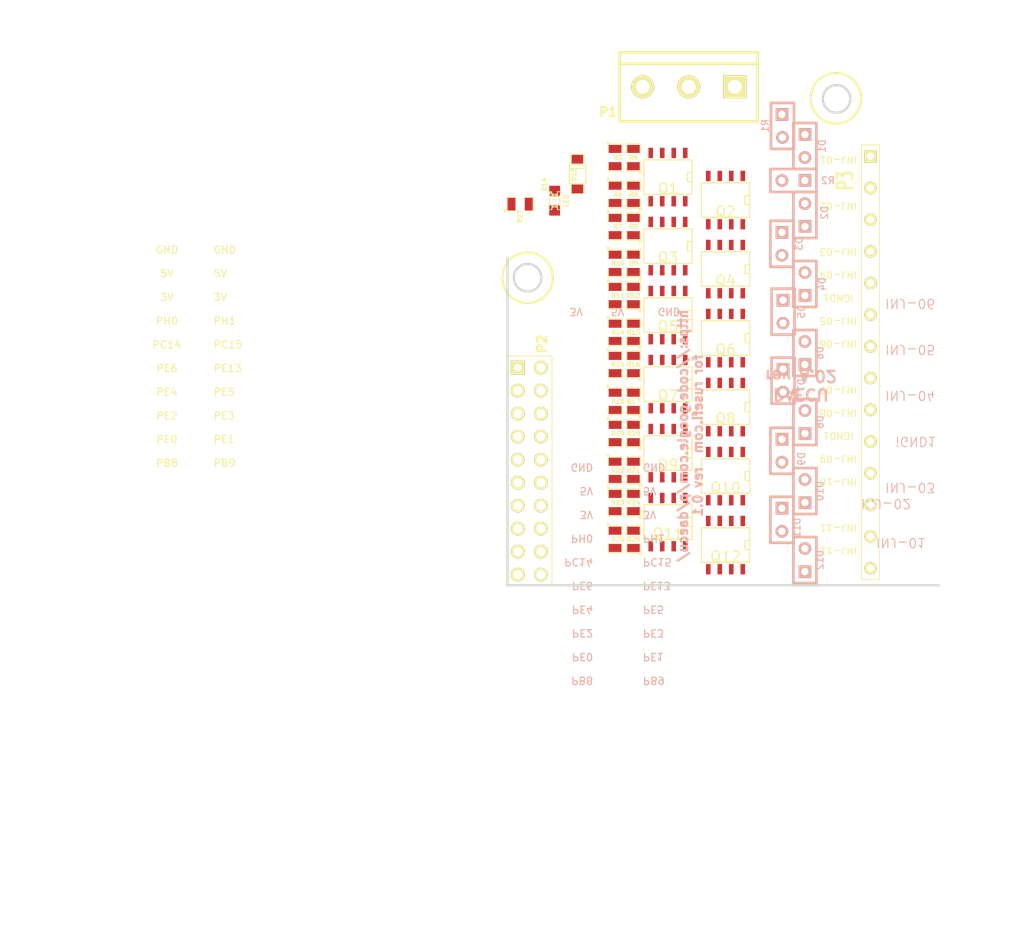
<source format=kicad_pcb>
(kicad_pcb (version 3) (host pcbnew "(2013-07-07 BZR 4022)-stable")

  (general
    (links 171)
    (no_connects 171)
    (area 120.639999 86.36 233.680001 190.510001)
    (thickness 1.6002)
    (drawings 46)
    (tracks 0)
    (zones 0)
    (modules 56)
    (nets 42)
  )

  (page A)
  (title_block 
    (title "6 Channel Injector board")
    (rev "Spin A R0.2")
    (company http://code.google.com/p/daecu/)
  )

  (layers
    (15 Front-ext signal)
    (0 Back-ext signal)
    (16 B.Adhes user)
    (17 F.Adhes user)
    (18 B.Paste user)
    (19 F.Paste user)
    (20 B.SilkS user hide)
    (21 F.SilkS user)
    (22 B.Mask user)
    (23 F.Mask user)
    (24 Dwgs.User user)
    (25 Cmts.User user)
    (26 Eco1.User user)
    (27 Eco2.User user)
    (28 Edge.Cuts user)
  )

  (setup
    (last_trace_width 0.254)
    (user_trace_width 0.254)
    (user_trace_width 0.39116)
    (user_trace_width 0.508)
    (user_trace_width 0.762)
    (user_trace_width 1.38176)
    (user_trace_width 3.6068)
    (user_trace_width 9.3472)
    (trace_clearance 0.254)
    (zone_clearance 0.254)
    (zone_45_only no)
    (trace_min 0.1524)
    (segment_width 0.254)
    (edge_width 0.254)
    (via_size 1.016)
    (via_drill 0.508)
    (via_min_size 1.016)
    (via_min_drill 0.508)
    (user_via 1.016 0.508)
    (user_via 1.651 1.143)
    (user_via 3.6322 0.31242)
    (uvia_size 0.762)
    (uvia_drill 0.254)
    (uvias_allowed no)
    (uvia_min_size 0.762)
    (uvia_min_drill 0.254)
    (pcb_text_width 0.4318)
    (pcb_text_size 1.524 2.032)
    (mod_edge_width 0.09906)
    (mod_text_size 1.524 1.524)
    (mod_text_width 0.254)
    (pad_size 1.397 1.397)
    (pad_drill 0.8128)
    (pad_to_mask_clearance 0.254)
    (aux_axis_origin 0 0)
    (visible_elements 7FFFFB3F)
    (pcbplotparams
      (layerselection 284983297)
      (usegerberextensions true)
      (excludeedgelayer true)
      (linewidth 0.150000)
      (plotframeref false)
      (viasonmask false)
      (mode 1)
      (useauxorigin false)
      (hpglpennumber 1)
      (hpglpenspeed 20)
      (hpglpendiameter 15)
      (hpglpenoverlay 0)
      (psnegative false)
      (psa4output false)
      (plotreference true)
      (plotvalue true)
      (plotothertext true)
      (plotinvisibletext false)
      (padsonsilk false)
      (subtractmaskfromsilk false)
      (outputformat 1)
      (mirror false)
      (drillshape 0)
      (scaleselection 1)
      (outputdirectory gerber/))
  )

  (net 0 "")
  (net 1 /3.3V)
  (net 2 /5V)
  (net 3 /INJ-01)
  (net 4 /INJ-01_2)
  (net 5 /INJ-01_5V)
  (net 6 /INJ-02)
  (net 7 /INJ-02_5V)
  (net 8 /INJ-03)
  (net 9 /INJ-03_5V)
  (net 10 /INJ-04)
  (net 11 /INJ-04_5V)
  (net 12 /INJ-05)
  (net 13 /INJ-05_5V)
  (net 14 /INJ-06)
  (net 15 /INJ-07)
  (net 16 /INJ-07_5V)
  (net 17 /INJ-08)
  (net 18 /INJ-08_5V)
  (net 19 /INJ-09)
  (net 20 /INJ-09_5V)
  (net 21 /INJ-10)
  (net 22 /INJ-10_5V)
  (net 23 /INJ-11)
  (net 24 /INJ-11_5V)
  (net 25 /INJ-12)
  (net 26 /INJ-12_5V)
  (net 27 GND)
  (net 28 N-0000020)
  (net 29 N-000003)
  (net 30 N-0000030)
  (net 31 N-0000033)
  (net 32 N-0000035)
  (net 33 N-0000036)
  (net 34 N-0000037)
  (net 35 N-0000040)
  (net 36 N-0000041)
  (net 37 N-000005)
  (net 38 N-000006)
  (net 39 N-000007)
  (net 40 N-000008)
  (net 41 N-000009)

  (net_class Default "This is the default net class."
    (clearance 0.254)
    (trace_width 0.254)
    (via_dia 1.016)
    (via_drill 0.508)
    (uvia_dia 0.762)
    (uvia_drill 0.254)
    (add_net "")
    (add_net /3.3V)
    (add_net /5V)
    (add_net /INJ-07_5V)
    (add_net /INJ-08_5V)
    (add_net /INJ-09_5V)
    (add_net /INJ-10_5V)
    (add_net /INJ-11_5V)
    (add_net /INJ-12_5V)
    (add_net GND)
    (add_net N-0000020)
    (add_net N-000003)
    (add_net N-0000030)
    (add_net N-0000033)
    (add_net N-0000035)
    (add_net N-0000036)
    (add_net N-0000037)
    (add_net N-0000040)
    (add_net N-0000041)
    (add_net N-000005)
    (add_net N-000006)
    (add_net N-000007)
    (add_net N-000008)
    (add_net N-000009)
  )

  (net_class "10A EXT" ""
    (clearance 0.254)
    (trace_width 3.6068)
    (via_dia 3.6322)
    (via_drill 3.1242)
    (uvia_dia 0.762)
    (uvia_drill 0.254)
  )

  (net_class "10A INT" ""
    (clearance 0.254)
    (trace_width 9.3472)
    (via_dia 3.6322)
    (via_drill 3.1242)
    (uvia_dia 0.762)
    (uvia_drill 0.254)
  )

  (net_class "10A INT MOD" ""
    (clearance 0.254)
    (trace_width 0.254)
    (via_dia 1.016)
    (via_drill 0.508)
    (uvia_dia 0.762)
    (uvia_drill 0.254)
  )

  (net_class "1A EXT" ""
    (clearance 0.254)
    (trace_width 0.254)
    (via_dia 1.016)
    (via_drill 0.508)
    (uvia_dia 0.762)
    (uvia_drill 0.254)
    (add_net /INJ-01_5V)
    (add_net /INJ-02_5V)
    (add_net /INJ-03_5V)
    (add_net /INJ-04_5V)
    (add_net /INJ-05_5V)
  )

  (net_class "1A INT" ""
    (clearance 0.254)
    (trace_width 0.39116)
    (via_dia 1.016)
    (via_drill 0.508)
    (uvia_dia 0.762)
    (uvia_drill 0.254)
  )

  (net_class "5A EXT" ""
    (clearance 0.254)
    (trace_width 1.38176)
    (via_dia 1.651)
    (via_drill 1.143)
    (uvia_dia 0.762)
    (uvia_drill 0.254)
    (add_net /INJ-01)
    (add_net /INJ-01_2)
    (add_net /INJ-02)
    (add_net /INJ-03)
    (add_net /INJ-04)
    (add_net /INJ-05)
    (add_net /INJ-06)
    (add_net /INJ-07)
    (add_net /INJ-08)
    (add_net /INJ-09)
    (add_net /INJ-10)
    (add_net /INJ-11)
    (add_net /INJ-12)
  )

  (net_class "5A INT" ""
    (clearance 0.254)
    (trace_width 3.6068)
    (via_dia 1.651)
    (via_drill 1.143)
    (uvia_dia 0.762)
    (uvia_drill 0.254)
  )

  (module SIL-14 (layer Front-ext) (tedit 52DC6333) (tstamp 52DC665D)
    (at 216.7255 126.365 270)
    (descr "14 PIN 3.5MM")
    (path /52DC5628)
    (fp_text reference P3 (at -20.066 2.794 270) (layer F.SilkS)
      (effects (font (size 1.72974 1.08712) (thickness 0.27178)))
    )
    (fp_text value CONN_14 (at 7.62 -2.54 270) (layer F.SilkS) hide
      (effects (font (size 1.524 1.016) (thickness 0.254)))
    )
    (fp_line (start -24 -1) (end 24 -1) (layer F.SilkS) (width 0.09906))
    (fp_line (start 24 -1) (end 24 1) (layer F.SilkS) (width 0.09906))
    (fp_line (start 24 1) (end -24 1) (layer F.SilkS) (width 0.09906))
    (fp_line (start -24 1) (end -24 -1) (layer F.SilkS) (width 0.09906))
    (pad 1 thru_hole rect (at -22.75 0 270) (size 1.397 1.397) (drill 0.8128)
      (layers *.Cu *.Mask F.SilkS)
      (net 4 /INJ-01_2)
    )
    (pad 2 thru_hole circle (at -19.25 0 270) (size 1.397 1.397) (drill 0.8128)
      (layers *.Cu *.Mask F.SilkS)
      (net 6 /INJ-02)
    )
    (pad 3 thru_hole circle (at -15.75 0 270) (size 1.397 1.397) (drill 0.8128)
      (layers *.Cu *.Mask F.SilkS)
      (net 8 /INJ-03)
    )
    (pad 4 thru_hole circle (at -12.25 0 270) (size 1.397 1.397) (drill 0.8128)
      (layers *.Cu *.Mask F.SilkS)
      (net 10 /INJ-04)
    )
    (pad 5 thru_hole circle (at -8.75 0 270) (size 1.397 1.397) (drill 0.8128)
      (layers *.Cu *.Mask F.SilkS)
      (net 27 GND)
    )
    (pad 6 thru_hole circle (at -5.25 0 270) (size 1.397 1.397) (drill 0.8128)
      (layers *.Cu *.Mask F.SilkS)
      (net 12 /INJ-05)
    )
    (pad 7 thru_hole circle (at -1.75 0 270) (size 1.397 1.397) (drill 0.8128)
      (layers *.Cu *.Mask F.SilkS)
      (net 14 /INJ-06)
    )
    (pad 8 thru_hole circle (at 1.75 0 270) (size 1.397 1.397) (drill 0.8128)
      (layers *.Cu *.Mask F.SilkS)
      (net 15 /INJ-07)
    )
    (pad 9 thru_hole circle (at 5.25 0 270) (size 1.397 1.397) (drill 0.8128)
      (layers *.Cu *.Mask F.SilkS)
      (net 17 /INJ-08)
    )
    (pad 10 thru_hole circle (at 8.75 0 270) (size 1.397 1.397) (drill 0.8128)
      (layers *.Cu *.Mask F.SilkS)
      (net 27 GND)
    )
    (pad 11 thru_hole circle (at 12.25 0 270) (size 1.397 1.397) (drill 0.8128)
      (layers *.Cu *.Mask F.SilkS)
      (net 19 /INJ-09)
    )
    (pad 12 thru_hole circle (at 15.75 0 270) (size 1.397 1.397) (drill 0.8128)
      (layers *.Cu *.Mask F.SilkS)
      (net 21 /INJ-10)
    )
    (pad 13 thru_hole circle (at 19.25 0 270) (size 1.397 1.397) (drill 0.8128)
      (layers *.Cu *.Mask F.SilkS)
      (net 23 /INJ-11)
    )
    (pad 14 thru_hole circle (at 22.75 0 270) (size 1.397 1.397) (drill 0.8128)
      (layers *.Cu *.Mask F.SilkS)
      (net 25 /INJ-12)
    )
  )

  (module SM0805 (layer Front-ext) (tedit 52DC4164) (tstamp 52B57AE1)
    (at 188.5315 103.759 270)
    (path /52AC757A)
    (attr smd)
    (fp_text reference R3 (at 0 -0.3175 360) (layer F.SilkS)
      (effects (font (size 0.50038 0.50038) (thickness 0.10922)))
    )
    (fp_text value 20R (at 0 0.381 270) (layer F.SilkS) hide
      (effects (font (size 0.50038 0.50038) (thickness 0.10922)))
    )
    (fp_circle (center -1.651 0.762) (end -1.651 0.635) (layer F.SilkS) (width 0.09906))
    (fp_line (start -0.508 0.762) (end -1.524 0.762) (layer F.SilkS) (width 0.09906))
    (fp_line (start -1.524 0.762) (end -1.524 -0.762) (layer F.SilkS) (width 0.09906))
    (fp_line (start -1.524 -0.762) (end -0.508 -0.762) (layer F.SilkS) (width 0.09906))
    (fp_line (start 0.508 -0.762) (end 1.524 -0.762) (layer F.SilkS) (width 0.09906))
    (fp_line (start 1.524 -0.762) (end 1.524 0.762) (layer F.SilkS) (width 0.09906))
    (fp_line (start 1.524 0.762) (end 0.508 0.762) (layer F.SilkS) (width 0.09906))
    (pad 1 smd rect (at -0.9525 0 270) (size 0.889 1.397)
      (layers Front-ext F.Paste F.Mask)
      (net 31 N-0000033)
    )
    (pad 2 smd rect (at 0.9525 0 270) (size 0.889 1.397)
      (layers Front-ext F.Paste F.Mask)
      (net 5 /INJ-01_5V)
    )
    (model smd/chip_cms.wrl
      (at (xyz 0 0 0))
      (scale (xyz 0.1 0.1 0.1))
      (rotate (xyz 0 0 0))
    )
  )

  (module SM0805 (layer Front-ext) (tedit 52DC416B) (tstamp 52B57AD5)
    (at 188.5315 107.823 270)
    (path /52AC7583)
    (attr smd)
    (fp_text reference R6 (at 0 -0.3175 360) (layer F.SilkS)
      (effects (font (size 0.50038 0.50038) (thickness 0.10922)))
    )
    (fp_text value 20R (at 0 0.381 270) (layer F.SilkS) hide
      (effects (font (size 0.50038 0.50038) (thickness 0.10922)))
    )
    (fp_circle (center -1.651 0.762) (end -1.651 0.635) (layer F.SilkS) (width 0.09906))
    (fp_line (start -0.508 0.762) (end -1.524 0.762) (layer F.SilkS) (width 0.09906))
    (fp_line (start -1.524 0.762) (end -1.524 -0.762) (layer F.SilkS) (width 0.09906))
    (fp_line (start -1.524 -0.762) (end -0.508 -0.762) (layer F.SilkS) (width 0.09906))
    (fp_line (start 0.508 -0.762) (end 1.524 -0.762) (layer F.SilkS) (width 0.09906))
    (fp_line (start 1.524 -0.762) (end 1.524 0.762) (layer F.SilkS) (width 0.09906))
    (fp_line (start 1.524 0.762) (end 0.508 0.762) (layer F.SilkS) (width 0.09906))
    (pad 1 smd rect (at -0.9525 0 270) (size 0.889 1.397)
      (layers Front-ext F.Paste F.Mask)
      (net 41 N-000009)
    )
    (pad 2 smd rect (at 0.9525 0 270) (size 0.889 1.397)
      (layers Front-ext F.Paste F.Mask)
      (net 7 /INJ-02_5V)
    )
    (model smd/chip_cms.wrl
      (at (xyz 0 0 0))
      (scale (xyz 0.1 0.1 0.1))
      (rotate (xyz 0 0 0))
    )
  )

  (module SM0805 (layer Front-ext) (tedit 52DC4170) (tstamp 52B57AC9)
    (at 188.5315 111.379 270)
    (path /52AC758B)
    (attr smd)
    (fp_text reference R7 (at 0 -0.3175 360) (layer F.SilkS)
      (effects (font (size 0.50038 0.50038) (thickness 0.10922)))
    )
    (fp_text value 20R (at 0 0.381 270) (layer F.SilkS) hide
      (effects (font (size 0.50038 0.50038) (thickness 0.10922)))
    )
    (fp_circle (center -1.651 0.762) (end -1.651 0.635) (layer F.SilkS) (width 0.09906))
    (fp_line (start -0.508 0.762) (end -1.524 0.762) (layer F.SilkS) (width 0.09906))
    (fp_line (start -1.524 0.762) (end -1.524 -0.762) (layer F.SilkS) (width 0.09906))
    (fp_line (start -1.524 -0.762) (end -0.508 -0.762) (layer F.SilkS) (width 0.09906))
    (fp_line (start 0.508 -0.762) (end 1.524 -0.762) (layer F.SilkS) (width 0.09906))
    (fp_line (start 1.524 -0.762) (end 1.524 0.762) (layer F.SilkS) (width 0.09906))
    (fp_line (start 1.524 0.762) (end 0.508 0.762) (layer F.SilkS) (width 0.09906))
    (pad 1 smd rect (at -0.9525 0 270) (size 0.889 1.397)
      (layers Front-ext F.Paste F.Mask)
      (net 30 N-0000030)
    )
    (pad 2 smd rect (at 0.9525 0 270) (size 0.889 1.397)
      (layers Front-ext F.Paste F.Mask)
      (net 9 /INJ-03_5V)
    )
    (model smd/chip_cms.wrl
      (at (xyz 0 0 0))
      (scale (xyz 0.1 0.1 0.1))
      (rotate (xyz 0 0 0))
    )
  )

  (module SM0805 (layer Front-ext) (tedit 52DC4176) (tstamp 52B57ABD)
    (at 188.5315 115.443 270)
    (path /52AC7593)
    (attr smd)
    (fp_text reference R10 (at 0 -0.3175 360) (layer F.SilkS)
      (effects (font (size 0.50038 0.50038) (thickness 0.10922)))
    )
    (fp_text value 20R (at 0 0.381 270) (layer F.SilkS) hide
      (effects (font (size 0.50038 0.50038) (thickness 0.10922)))
    )
    (fp_circle (center -1.651 0.762) (end -1.651 0.635) (layer F.SilkS) (width 0.09906))
    (fp_line (start -0.508 0.762) (end -1.524 0.762) (layer F.SilkS) (width 0.09906))
    (fp_line (start -1.524 0.762) (end -1.524 -0.762) (layer F.SilkS) (width 0.09906))
    (fp_line (start -1.524 -0.762) (end -0.508 -0.762) (layer F.SilkS) (width 0.09906))
    (fp_line (start 0.508 -0.762) (end 1.524 -0.762) (layer F.SilkS) (width 0.09906))
    (fp_line (start 1.524 -0.762) (end 1.524 0.762) (layer F.SilkS) (width 0.09906))
    (fp_line (start 1.524 0.762) (end 0.508 0.762) (layer F.SilkS) (width 0.09906))
    (pad 1 smd rect (at -0.9525 0 270) (size 0.889 1.397)
      (layers Front-ext F.Paste F.Mask)
      (net 40 N-000008)
    )
    (pad 2 smd rect (at 0.9525 0 270) (size 0.889 1.397)
      (layers Front-ext F.Paste F.Mask)
      (net 11 /INJ-04_5V)
    )
    (model smd/chip_cms.wrl
      (at (xyz 0 0 0))
      (scale (xyz 0.1 0.1 0.1))
      (rotate (xyz 0 0 0))
    )
  )

  (module SM0805 (layer Front-ext) (tedit 52DC4180) (tstamp 52B57AB1)
    (at 188.5315 118.999 270)
    (path /52AC759B)
    (attr smd)
    (fp_text reference R11 (at 0 -0.3175 360) (layer F.SilkS)
      (effects (font (size 0.50038 0.50038) (thickness 0.10922)))
    )
    (fp_text value 20R (at 0 0.381 270) (layer F.SilkS) hide
      (effects (font (size 0.50038 0.50038) (thickness 0.10922)))
    )
    (fp_circle (center -1.651 0.762) (end -1.651 0.635) (layer F.SilkS) (width 0.09906))
    (fp_line (start -0.508 0.762) (end -1.524 0.762) (layer F.SilkS) (width 0.09906))
    (fp_line (start -1.524 0.762) (end -1.524 -0.762) (layer F.SilkS) (width 0.09906))
    (fp_line (start -1.524 -0.762) (end -0.508 -0.762) (layer F.SilkS) (width 0.09906))
    (fp_line (start 0.508 -0.762) (end 1.524 -0.762) (layer F.SilkS) (width 0.09906))
    (fp_line (start 1.524 -0.762) (end 1.524 0.762) (layer F.SilkS) (width 0.09906))
    (fp_line (start 1.524 0.762) (end 0.508 0.762) (layer F.SilkS) (width 0.09906))
    (pad 1 smd rect (at -0.9525 0 270) (size 0.889 1.397)
      (layers Front-ext F.Paste F.Mask)
      (net 28 N-0000020)
    )
    (pad 2 smd rect (at 0.9525 0 270) (size 0.889 1.397)
      (layers Front-ext F.Paste F.Mask)
      (net 13 /INJ-05_5V)
    )
    (model smd/chip_cms.wrl
      (at (xyz 0 0 0))
      (scale (xyz 0.1 0.1 0.1))
      (rotate (xyz 0 0 0))
    )
  )

  (module SM0805 (layer Front-ext) (tedit 52DC4187) (tstamp 52B57AA5)
    (at 188.5315 123.063 270)
    (path /52AC75A3)
    (attr smd)
    (fp_text reference R14 (at 0 -0.3175 360) (layer F.SilkS)
      (effects (font (size 0.50038 0.50038) (thickness 0.10922)))
    )
    (fp_text value 20R (at 0 0.381 270) (layer F.SilkS) hide
      (effects (font (size 0.50038 0.50038) (thickness 0.10922)))
    )
    (fp_circle (center -1.651 0.762) (end -1.651 0.635) (layer F.SilkS) (width 0.09906))
    (fp_line (start -0.508 0.762) (end -1.524 0.762) (layer F.SilkS) (width 0.09906))
    (fp_line (start -1.524 0.762) (end -1.524 -0.762) (layer F.SilkS) (width 0.09906))
    (fp_line (start -1.524 -0.762) (end -0.508 -0.762) (layer F.SilkS) (width 0.09906))
    (fp_line (start 0.508 -0.762) (end 1.524 -0.762) (layer F.SilkS) (width 0.09906))
    (fp_line (start 1.524 -0.762) (end 1.524 0.762) (layer F.SilkS) (width 0.09906))
    (fp_line (start 1.524 0.762) (end 0.508 0.762) (layer F.SilkS) (width 0.09906))
    (pad 1 smd rect (at -0.9525 0 270) (size 0.889 1.397)
      (layers Front-ext F.Paste F.Mask)
      (net 29 N-000003)
    )
    (pad 2 smd rect (at 0.9525 0 270) (size 0.889 1.397)
      (layers Front-ext F.Paste F.Mask)
      (net 16 /INJ-07_5V)
    )
    (model smd/chip_cms.wrl
      (at (xyz 0 0 0))
      (scale (xyz 0.1 0.1 0.1))
      (rotate (xyz 0 0 0))
    )
  )

  (module SIL-2 (layer Back-ext) (tedit 52DC54F5) (tstamp 52B57A8A)
    (at 206.9465 136.144 270)
    (descr "Connecteurs 2 pins")
    (tags "CONN DEV")
    (path /527FF56A)
    (fp_text reference D9 (at 0.889 -2.159 270) (layer B.SilkS)
      (effects (font (size 0.762 0.762) (thickness 0.127)) (justify mirror))
    )
    (fp_text value DIODE (at 0 2.54 270) (layer B.SilkS) hide
      (effects (font (size 1.524 1.016) (thickness 0.3048)) (justify mirror))
    )
    (fp_line (start -2.54 -1.27) (end -2.54 1.27) (layer B.SilkS) (width 0.3048))
    (fp_line (start -2.54 1.27) (end 2.54 1.27) (layer B.SilkS) (width 0.3048))
    (fp_line (start 2.54 1.27) (end 2.54 -1.27) (layer B.SilkS) (width 0.3048))
    (fp_line (start 2.54 -1.27) (end -2.54 -1.27) (layer B.SilkS) (width 0.3048))
    (pad 1 thru_hole rect (at -1.27 0 270) (size 1.397 1.397) (drill 0.8128)
      (layers *.Cu *.Mask B.SilkS)
      (net 27 GND)
    )
    (pad 2 thru_hole circle (at 1.27 0 270) (size 1.397 1.397) (drill 0.8128)
      (layers *.Cu *.Mask B.SilkS)
      (net 19 /INJ-09)
    )
  )

  (module SIL-2 (layer Back-ext) (tedit 52DC54B7) (tstamp 52B57A81)
    (at 206.9465 113.284 270)
    (descr "Connecteurs 2 pins")
    (tags "CONN DEV")
    (path /52B57AA0)
    (fp_text reference D3 (at 0 -1.905 270) (layer B.SilkS)
      (effects (font (size 0.762 0.762) (thickness 0.127)) (justify mirror))
    )
    (fp_text value DIODE (at 0 2.54 270) (layer B.SilkS) hide
      (effects (font (size 1.524 1.016) (thickness 0.3048)) (justify mirror))
    )
    (fp_line (start -2.54 -1.27) (end -2.54 1.27) (layer B.SilkS) (width 0.3048))
    (fp_line (start -2.54 1.27) (end 2.54 1.27) (layer B.SilkS) (width 0.3048))
    (fp_line (start 2.54 1.27) (end 2.54 -1.27) (layer B.SilkS) (width 0.3048))
    (fp_line (start 2.54 -1.27) (end -2.54 -1.27) (layer B.SilkS) (width 0.3048))
    (pad 1 thru_hole rect (at -1.27 0 270) (size 1.397 1.397) (drill 0.8128)
      (layers *.Cu *.Mask B.SilkS)
      (net 27 GND)
    )
    (pad 2 thru_hole circle (at 1.27 0 270) (size 1.397 1.397) (drill 0.8128)
      (layers *.Cu *.Mask B.SilkS)
      (net 8 /INJ-03)
    )
  )

  (module SIL-2 (layer Back-ext) (tedit 52DC550E) (tstamp 52B57A78)
    (at 209.4865 132.969 90)
    (descr "Connecteurs 2 pins")
    (tags "CONN DEV")
    (path /527FF563)
    (fp_text reference D8 (at 0 1.651 90) (layer B.SilkS)
      (effects (font (size 0.762 0.762) (thickness 0.127)) (justify mirror))
    )
    (fp_text value DIODE (at 0 2.54 90) (layer B.SilkS) hide
      (effects (font (size 1.524 1.016) (thickness 0.3048)) (justify mirror))
    )
    (fp_line (start -2.54 -1.27) (end -2.54 1.27) (layer B.SilkS) (width 0.3048))
    (fp_line (start -2.54 1.27) (end 2.54 1.27) (layer B.SilkS) (width 0.3048))
    (fp_line (start 2.54 1.27) (end 2.54 -1.27) (layer B.SilkS) (width 0.3048))
    (fp_line (start 2.54 -1.27) (end -2.54 -1.27) (layer B.SilkS) (width 0.3048))
    (pad 1 thru_hole rect (at -1.27 0 90) (size 1.397 1.397) (drill 0.8128)
      (layers *.Cu *.Mask B.SilkS)
      (net 27 GND)
    )
    (pad 2 thru_hole circle (at 1.27 0 90) (size 1.397 1.397) (drill 0.8128)
      (layers *.Cu *.Mask B.SilkS)
      (net 17 /INJ-08)
    )
  )

  (module SIL-2 (layer Back-ext) (tedit 52DC54A2) (tstamp 52B57A6F)
    (at 209.4865 110.109 90)
    (descr "Connecteurs 2 pins")
    (tags "CONN DEV")
    (path /52B57A99)
    (fp_text reference D2 (at 0.254 2.159 90) (layer B.SilkS)
      (effects (font (size 0.762 0.762) (thickness 0.127)) (justify mirror))
    )
    (fp_text value DIODE (at 0 2.54 90) (layer B.SilkS) hide
      (effects (font (size 1.524 1.016) (thickness 0.3048)) (justify mirror))
    )
    (fp_line (start -2.54 -1.27) (end -2.54 1.27) (layer B.SilkS) (width 0.3048))
    (fp_line (start -2.54 1.27) (end 2.54 1.27) (layer B.SilkS) (width 0.3048))
    (fp_line (start 2.54 1.27) (end 2.54 -1.27) (layer B.SilkS) (width 0.3048))
    (fp_line (start 2.54 -1.27) (end -2.54 -1.27) (layer B.SilkS) (width 0.3048))
    (pad 1 thru_hole rect (at -1.27 0 90) (size 1.397 1.397) (drill 0.8128)
      (layers *.Cu *.Mask B.SilkS)
      (net 27 GND)
    )
    (pad 2 thru_hole circle (at 1.27 0 90) (size 1.397 1.397) (drill 0.8128)
      (layers *.Cu *.Mask B.SilkS)
      (net 6 /INJ-02)
    )
  )

  (module SIL-2 (layer Back-ext) (tedit 52DC550A) (tstamp 52B57A66)
    (at 207.0735 128.397 270)
    (descr "Connecteurs 2 pins")
    (tags "CONN DEV")
    (path /527FF3F6)
    (fp_text reference D7 (at 0.508 -2.032 270) (layer B.SilkS)
      (effects (font (size 0.762 0.762) (thickness 0.127)) (justify mirror))
    )
    (fp_text value DIODE (at 0 2.54 270) (layer B.SilkS) hide
      (effects (font (size 1.524 1.016) (thickness 0.3048)) (justify mirror))
    )
    (fp_line (start -2.54 -1.27) (end -2.54 1.27) (layer B.SilkS) (width 0.3048))
    (fp_line (start -2.54 1.27) (end 2.54 1.27) (layer B.SilkS) (width 0.3048))
    (fp_line (start 2.54 1.27) (end 2.54 -1.27) (layer B.SilkS) (width 0.3048))
    (fp_line (start 2.54 -1.27) (end -2.54 -1.27) (layer B.SilkS) (width 0.3048))
    (pad 1 thru_hole rect (at -1.27 0 270) (size 1.397 1.397) (drill 0.8128)
      (layers *.Cu *.Mask B.SilkS)
      (net 27 GND)
    )
    (pad 2 thru_hole circle (at 1.27 0 270) (size 1.397 1.397) (drill 0.8128)
      (layers *.Cu *.Mask B.SilkS)
      (net 15 /INJ-07)
    )
  )

  (module SIL-2 (layer Back-ext) (tedit 52DC4E4A) (tstamp 52B57A5D)
    (at 209.4865 102.489 270)
    (descr "Connecteurs 2 pins")
    (tags "CONN DEV")
    (path /52B57A92)
    (fp_text reference D1 (at 0 -1.905 270) (layer B.SilkS)
      (effects (font (size 0.762 0.762) (thickness 0.127)) (justify mirror))
    )
    (fp_text value DIODE (at 0 2.54 270) (layer B.SilkS) hide
      (effects (font (size 1.524 1.016) (thickness 0.3048)) (justify mirror))
    )
    (fp_line (start -2.54 -1.27) (end -2.54 1.27) (layer B.SilkS) (width 0.3048))
    (fp_line (start -2.54 1.27) (end 2.54 1.27) (layer B.SilkS) (width 0.3048))
    (fp_line (start 2.54 1.27) (end 2.54 -1.27) (layer B.SilkS) (width 0.3048))
    (fp_line (start 2.54 -1.27) (end -2.54 -1.27) (layer B.SilkS) (width 0.3048))
    (pad 1 thru_hole rect (at -1.27 0 270) (size 1.397 1.397) (drill 0.8128)
      (layers *.Cu *.Mask B.SilkS)
      (net 27 GND)
    )
    (pad 2 thru_hole circle (at 1.27 0 270) (size 1.397 1.397) (drill 0.8128)
      (layers *.Cu *.Mask B.SilkS)
      (net 4 /INJ-01_2)
    )
  )

  (module SM0805   placed (layer Front-ext) (tedit 52DC4151) (tstamp 52B579B6)
    (at 190.5635 118.999 90)
    (path /52AC7520)
    (attr smd)
    (fp_text reference R12 (at 0 0 180) (layer F.SilkS)
      (effects (font (size 0.508 0.508) (thickness 0.127)))
    )
    (fp_text value 1K (at 0 0 90) (layer F.SilkS) hide
      (effects (font (size 0.635 0.635) (thickness 0.127)))
    )
    (fp_circle (center -1.651 0.762) (end -1.651 0.635) (layer F.SilkS) (width 0.127))
    (fp_line (start -0.508 0.762) (end -1.524 0.762) (layer F.SilkS) (width 0.127))
    (fp_line (start -1.524 0.762) (end -1.524 -0.762) (layer F.SilkS) (width 0.127))
    (fp_line (start -1.524 -0.762) (end -0.508 -0.762) (layer F.SilkS) (width 0.127))
    (fp_line (start 0.508 -0.762) (end 1.524 -0.762) (layer F.SilkS) (width 0.127))
    (fp_line (start 1.524 -0.762) (end 1.524 0.762) (layer F.SilkS) (width 0.127))
    (fp_line (start 1.524 0.762) (end 0.508 0.762) (layer F.SilkS) (width 0.127))
    (pad 1 smd rect (at -0.9525 0 90) (size 0.889 1.397)
      (layers Front-ext F.Paste F.Mask)
      (net 27 GND)
    )
    (pad 2 smd rect (at 0.9525 0 90) (size 0.889 1.397)
      (layers Front-ext F.Paste F.Mask)
      (net 28 N-0000020)
    )
    (model smd/chip_cms.wrl
      (at (xyz 0 0 0))
      (scale (xyz 0.1 0.1 0.1))
      (rotate (xyz 0 0 0))
    )
  )

  (module SM0805   placed (layer Front-ext) (tedit 52DC4157) (tstamp 52B579AA)
    (at 190.5635 123.063 90)
    (path /52AC752B)
    (attr smd)
    (fp_text reference R13 (at 0 0 180) (layer F.SilkS)
      (effects (font (size 0.508 0.508) (thickness 0.127)))
    )
    (fp_text value 1K (at 0 0 90) (layer F.SilkS) hide
      (effects (font (size 0.635 0.635) (thickness 0.127)))
    )
    (fp_circle (center -1.651 0.762) (end -1.651 0.635) (layer F.SilkS) (width 0.127))
    (fp_line (start -0.508 0.762) (end -1.524 0.762) (layer F.SilkS) (width 0.127))
    (fp_line (start -1.524 0.762) (end -1.524 -0.762) (layer F.SilkS) (width 0.127))
    (fp_line (start -1.524 -0.762) (end -0.508 -0.762) (layer F.SilkS) (width 0.127))
    (fp_line (start 0.508 -0.762) (end 1.524 -0.762) (layer F.SilkS) (width 0.127))
    (fp_line (start 1.524 -0.762) (end 1.524 0.762) (layer F.SilkS) (width 0.127))
    (fp_line (start 1.524 0.762) (end 0.508 0.762) (layer F.SilkS) (width 0.127))
    (pad 1 smd rect (at -0.9525 0 90) (size 0.889 1.397)
      (layers Front-ext F.Paste F.Mask)
      (net 27 GND)
    )
    (pad 2 smd rect (at 0.9525 0 90) (size 0.889 1.397)
      (layers Front-ext F.Paste F.Mask)
      (net 29 N-000003)
    )
    (model smd/chip_cms.wrl
      (at (xyz 0 0 0))
      (scale (xyz 0.1 0.1 0.1))
      (rotate (xyz 0 0 0))
    )
  )

  (module SM0805   placed (layer Front-ext) (tedit 52DC4139) (tstamp 52B5799E)
    (at 190.5635 111.379 90)
    (path /52AC7514)
    (attr smd)
    (fp_text reference R8 (at 0 0 180) (layer F.SilkS)
      (effects (font (size 0.508 0.508) (thickness 0.127)))
    )
    (fp_text value 1K (at 0 0 90) (layer F.SilkS) hide
      (effects (font (size 0.635 0.635) (thickness 0.127)))
    )
    (fp_circle (center -1.651 0.762) (end -1.651 0.635) (layer F.SilkS) (width 0.127))
    (fp_line (start -0.508 0.762) (end -1.524 0.762) (layer F.SilkS) (width 0.127))
    (fp_line (start -1.524 0.762) (end -1.524 -0.762) (layer F.SilkS) (width 0.127))
    (fp_line (start -1.524 -0.762) (end -0.508 -0.762) (layer F.SilkS) (width 0.127))
    (fp_line (start 0.508 -0.762) (end 1.524 -0.762) (layer F.SilkS) (width 0.127))
    (fp_line (start 1.524 -0.762) (end 1.524 0.762) (layer F.SilkS) (width 0.127))
    (fp_line (start 1.524 0.762) (end 0.508 0.762) (layer F.SilkS) (width 0.127))
    (pad 1 smd rect (at -0.9525 0 90) (size 0.889 1.397)
      (layers Front-ext F.Paste F.Mask)
      (net 27 GND)
    )
    (pad 2 smd rect (at 0.9525 0 90) (size 0.889 1.397)
      (layers Front-ext F.Paste F.Mask)
      (net 30 N-0000030)
    )
    (model smd/chip_cms.wrl
      (at (xyz 0 0 0))
      (scale (xyz 0.1 0.1 0.1))
      (rotate (xyz 0 0 0))
    )
  )

  (module SM0805   placed (layer Front-ext) (tedit 52DC4148) (tstamp 52B57992)
    (at 190.5635 115.443 90)
    (path /52AC7509)
    (attr smd)
    (fp_text reference R9 (at 0 0 180) (layer F.SilkS)
      (effects (font (size 0.508 0.508) (thickness 0.127)))
    )
    (fp_text value 1K (at 0 0 90) (layer F.SilkS) hide
      (effects (font (size 0.635 0.635) (thickness 0.127)))
    )
    (fp_circle (center -1.651 0.762) (end -1.651 0.635) (layer F.SilkS) (width 0.127))
    (fp_line (start -0.508 0.762) (end -1.524 0.762) (layer F.SilkS) (width 0.127))
    (fp_line (start -1.524 0.762) (end -1.524 -0.762) (layer F.SilkS) (width 0.127))
    (fp_line (start -1.524 -0.762) (end -0.508 -0.762) (layer F.SilkS) (width 0.127))
    (fp_line (start 0.508 -0.762) (end 1.524 -0.762) (layer F.SilkS) (width 0.127))
    (fp_line (start 1.524 -0.762) (end 1.524 0.762) (layer F.SilkS) (width 0.127))
    (fp_line (start 1.524 0.762) (end 0.508 0.762) (layer F.SilkS) (width 0.127))
    (pad 1 smd rect (at -0.9525 0 90) (size 0.889 1.397)
      (layers Front-ext F.Paste F.Mask)
      (net 27 GND)
    )
    (pad 2 smd rect (at 0.9525 0 90) (size 0.889 1.397)
      (layers Front-ext F.Paste F.Mask)
      (net 40 N-000008)
    )
    (model smd/chip_cms.wrl
      (at (xyz 0 0 0))
      (scale (xyz 0.1 0.1 0.1))
      (rotate (xyz 0 0 0))
    )
  )

  (module SM0805   placed (layer Front-ext) (tedit 52DC4130) (tstamp 52B57986)
    (at 190.5635 107.823 90)
    (path /52AC74E4)
    (attr smd)
    (fp_text reference R5 (at 0 0 180) (layer F.SilkS)
      (effects (font (size 0.508 0.508) (thickness 0.127)))
    )
    (fp_text value 1K (at 0 0 90) (layer F.SilkS) hide
      (effects (font (size 0.635 0.635) (thickness 0.127)))
    )
    (fp_circle (center -1.651 0.762) (end -1.651 0.635) (layer F.SilkS) (width 0.127))
    (fp_line (start -0.508 0.762) (end -1.524 0.762) (layer F.SilkS) (width 0.127))
    (fp_line (start -1.524 0.762) (end -1.524 -0.762) (layer F.SilkS) (width 0.127))
    (fp_line (start -1.524 -0.762) (end -0.508 -0.762) (layer F.SilkS) (width 0.127))
    (fp_line (start 0.508 -0.762) (end 1.524 -0.762) (layer F.SilkS) (width 0.127))
    (fp_line (start 1.524 -0.762) (end 1.524 0.762) (layer F.SilkS) (width 0.127))
    (fp_line (start 1.524 0.762) (end 0.508 0.762) (layer F.SilkS) (width 0.127))
    (pad 1 smd rect (at -0.9525 0 90) (size 0.889 1.397)
      (layers Front-ext F.Paste F.Mask)
      (net 27 GND)
    )
    (pad 2 smd rect (at 0.9525 0 90) (size 0.889 1.397)
      (layers Front-ext F.Paste F.Mask)
      (net 41 N-000009)
    )
    (model smd/chip_cms.wrl
      (at (xyz 0 0 0))
      (scale (xyz 0.1 0.1 0.1))
      (rotate (xyz 0 0 0))
    )
  )

  (module SM0805   placed (layer Front-ext) (tedit 52DC411B) (tstamp 52B5797A)
    (at 190.5635 103.759 90)
    (path /52AC74EF)
    (attr smd)
    (fp_text reference R4 (at 0 0 180) (layer F.SilkS)
      (effects (font (size 0.508 0.508) (thickness 0.127)))
    )
    (fp_text value 1K (at 0 0 90) (layer F.SilkS) hide
      (effects (font (size 0.635 0.635) (thickness 0.127)))
    )
    (fp_circle (center -1.651 0.762) (end -1.651 0.635) (layer F.SilkS) (width 0.127))
    (fp_line (start -0.508 0.762) (end -1.524 0.762) (layer F.SilkS) (width 0.127))
    (fp_line (start -1.524 0.762) (end -1.524 -0.762) (layer F.SilkS) (width 0.127))
    (fp_line (start -1.524 -0.762) (end -0.508 -0.762) (layer F.SilkS) (width 0.127))
    (fp_line (start 0.508 -0.762) (end 1.524 -0.762) (layer F.SilkS) (width 0.127))
    (fp_line (start 1.524 -0.762) (end 1.524 0.762) (layer F.SilkS) (width 0.127))
    (fp_line (start 1.524 0.762) (end 0.508 0.762) (layer F.SilkS) (width 0.127))
    (pad 1 smd rect (at -0.9525 0 90) (size 0.889 1.397)
      (layers Front-ext F.Paste F.Mask)
      (net 27 GND)
    )
    (pad 2 smd rect (at 0.9525 0 90) (size 0.889 1.397)
      (layers Front-ext F.Paste F.Mask)
      (net 31 N-0000033)
    )
    (model smd/chip_cms.wrl
      (at (xyz 0 0 0))
      (scale (xyz 0.1 0.1 0.1))
      (rotate (xyz 0 0 0))
    )
  )

  (module SO8E_ST   placed (layer Front-ext) (tedit 52DC4E0C) (tstamp 52B57967)
    (at 194.3735 121.158 180)
    (descr "module CMS SOJ 8 pins etroit")
    (tags "CMS SOJ")
    (path /52AC753B)
    (attr smd)
    (fp_text reference Q5 (at 0 -1.27 180) (layer F.SilkS)
      (effects (font (size 1.143 1.143) (thickness 0.1524)))
    )
    (fp_text value OVP_DRIVER (at 0 1.016 180) (layer F.SilkS) hide
      (effects (font (size 0.508 0.508) (thickness 0.127)))
    )
    (fp_line (start -2.667 1.778) (end -2.667 1.905) (layer F.SilkS) (width 0.127))
    (fp_line (start -2.667 1.905) (end 2.667 1.905) (layer F.SilkS) (width 0.127))
    (fp_line (start 2.667 -1.905) (end -2.667 -1.905) (layer F.SilkS) (width 0.127))
    (fp_line (start -2.667 -1.905) (end -2.667 1.778) (layer F.SilkS) (width 0.127))
    (fp_line (start -2.667 -0.508) (end -2.159 -0.508) (layer F.SilkS) (width 0.127))
    (fp_line (start -2.159 -0.508) (end -2.159 0.508) (layer F.SilkS) (width 0.127))
    (fp_line (start -2.159 0.508) (end -2.667 0.508) (layer F.SilkS) (width 0.127))
    (fp_line (start 2.667 -1.905) (end 2.667 1.905) (layer F.SilkS) (width 0.127))
    (pad 2 smd rect (at -1.905 -2.667 180) (size 0.508 1.143)
      (layers Front-ext F.Paste F.Mask)
      (net 12 /INJ-05)
    )
    (pad 3 smd rect (at -1.905 2.667 180) (size 0.508 1.143)
      (layers Front-ext F.Paste F.Mask)
      (net 27 GND)
    )
    (pad 2 smd rect (at -0.635 -2.667 180) (size 0.508 1.143)
      (layers Front-ext F.Paste F.Mask)
      (net 12 /INJ-05)
    )
    (pad 2 smd rect (at 0.635 -2.667 180) (size 0.508 1.143)
      (layers Front-ext F.Paste F.Mask)
      (net 12 /INJ-05)
    )
    (pad 2 smd rect (at 1.905 -2.667 180) (size 0.508 1.143)
      (layers Front-ext F.Paste F.Mask)
      (net 12 /INJ-05)
    )
    (pad 3 smd rect (at -0.635 2.667 180) (size 0.508 1.143)
      (layers Front-ext F.Paste F.Mask)
      (net 27 GND)
    )
    (pad 3 smd rect (at 0.635 2.667 180) (size 0.508 1.143)
      (layers Front-ext F.Paste F.Mask)
      (net 27 GND)
    )
    (pad 1 smd rect (at 1.905 2.667 180) (size 0.508 1.143)
      (layers Front-ext F.Paste F.Mask)
      (net 28 N-0000020)
    )
    (model smd/cms_so8.wrl
      (at (xyz 0 0 0))
      (scale (xyz 0.5 0.32 0.5))
      (rotate (xyz 0 0 0))
    )
  )

  (module SO8E_ST   placed (layer Front-ext) (tedit 52DC4E09) (tstamp 52DC4FFE)
    (at 200.7235 123.698 180)
    (descr "module CMS SOJ 8 pins etroit")
    (tags "CMS SOJ")
    (path /52AC7533)
    (attr smd)
    (fp_text reference Q6 (at 0 -1.27 180) (layer F.SilkS)
      (effects (font (size 1.143 1.143) (thickness 0.1524)))
    )
    (fp_text value OVP_DRIVER (at 0 1.016 180) (layer F.SilkS) hide
      (effects (font (size 0.508 0.508) (thickness 0.127)))
    )
    (fp_line (start -2.667 1.778) (end -2.667 1.905) (layer F.SilkS) (width 0.127))
    (fp_line (start -2.667 1.905) (end 2.667 1.905) (layer F.SilkS) (width 0.127))
    (fp_line (start 2.667 -1.905) (end -2.667 -1.905) (layer F.SilkS) (width 0.127))
    (fp_line (start -2.667 -1.905) (end -2.667 1.778) (layer F.SilkS) (width 0.127))
    (fp_line (start -2.667 -0.508) (end -2.159 -0.508) (layer F.SilkS) (width 0.127))
    (fp_line (start -2.159 -0.508) (end -2.159 0.508) (layer F.SilkS) (width 0.127))
    (fp_line (start -2.159 0.508) (end -2.667 0.508) (layer F.SilkS) (width 0.127))
    (fp_line (start 2.667 -1.905) (end 2.667 1.905) (layer F.SilkS) (width 0.127))
    (pad 2 smd rect (at -1.905 -2.667 180) (size 0.508 1.143)
      (layers Front-ext F.Paste F.Mask)
      (net 14 /INJ-06)
    )
    (pad 3 smd rect (at -1.905 2.667 180) (size 0.508 1.143)
      (layers Front-ext F.Paste F.Mask)
      (net 27 GND)
    )
    (pad 2 smd rect (at -0.635 -2.667 180) (size 0.508 1.143)
      (layers Front-ext F.Paste F.Mask)
      (net 14 /INJ-06)
    )
    (pad 2 smd rect (at 0.635 -2.667 180) (size 0.508 1.143)
      (layers Front-ext F.Paste F.Mask)
      (net 14 /INJ-06)
    )
    (pad 2 smd rect (at 1.905 -2.667 180) (size 0.508 1.143)
      (layers Front-ext F.Paste F.Mask)
      (net 14 /INJ-06)
    )
    (pad 3 smd rect (at -0.635 2.667 180) (size 0.508 1.143)
      (layers Front-ext F.Paste F.Mask)
      (net 27 GND)
    )
    (pad 3 smd rect (at 0.635 2.667 180) (size 0.508 1.143)
      (layers Front-ext F.Paste F.Mask)
      (net 27 GND)
    )
    (pad 1 smd rect (at 1.905 2.667 180) (size 0.508 1.143)
      (layers Front-ext F.Paste F.Mask)
      (net 29 N-000003)
    )
    (model smd/cms_so8.wrl
      (at (xyz 0 0 0))
      (scale (xyz 0.5 0.32 0.5))
      (rotate (xyz 0 0 0))
    )
  )

  (module SO8E_ST   placed (layer Front-ext) (tedit 52DC4E2D) (tstamp 52B57941)
    (at 194.3735 113.538 180)
    (descr "module CMS SOJ 8 pins etroit")
    (tags "CMS SOJ")
    (path /52AC74F9)
    (attr smd)
    (fp_text reference Q3 (at 0 -1.27 180) (layer F.SilkS)
      (effects (font (size 1.143 1.143) (thickness 0.1524)))
    )
    (fp_text value OVP_DRIVER (at 0 1.016 180) (layer F.SilkS) hide
      (effects (font (size 0.508 0.508) (thickness 0.127)))
    )
    (fp_line (start -2.667 1.778) (end -2.667 1.905) (layer F.SilkS) (width 0.127))
    (fp_line (start -2.667 1.905) (end 2.667 1.905) (layer F.SilkS) (width 0.127))
    (fp_line (start 2.667 -1.905) (end -2.667 -1.905) (layer F.SilkS) (width 0.127))
    (fp_line (start -2.667 -1.905) (end -2.667 1.778) (layer F.SilkS) (width 0.127))
    (fp_line (start -2.667 -0.508) (end -2.159 -0.508) (layer F.SilkS) (width 0.127))
    (fp_line (start -2.159 -0.508) (end -2.159 0.508) (layer F.SilkS) (width 0.127))
    (fp_line (start -2.159 0.508) (end -2.667 0.508) (layer F.SilkS) (width 0.127))
    (fp_line (start 2.667 -1.905) (end 2.667 1.905) (layer F.SilkS) (width 0.127))
    (pad 2 smd rect (at -1.905 -2.667 180) (size 0.508 1.143)
      (layers Front-ext F.Paste F.Mask)
      (net 8 /INJ-03)
    )
    (pad 3 smd rect (at -1.905 2.667 180) (size 0.508 1.143)
      (layers Front-ext F.Paste F.Mask)
      (net 27 GND)
    )
    (pad 2 smd rect (at -0.635 -2.667 180) (size 0.508 1.143)
      (layers Front-ext F.Paste F.Mask)
      (net 8 /INJ-03)
    )
    (pad 2 smd rect (at 0.635 -2.667 180) (size 0.508 1.143)
      (layers Front-ext F.Paste F.Mask)
      (net 8 /INJ-03)
    )
    (pad 2 smd rect (at 1.905 -2.667 180) (size 0.508 1.143)
      (layers Front-ext F.Paste F.Mask)
      (net 8 /INJ-03)
    )
    (pad 3 smd rect (at -0.635 2.667 180) (size 0.508 1.143)
      (layers Front-ext F.Paste F.Mask)
      (net 27 GND)
    )
    (pad 3 smd rect (at 0.635 2.667 180) (size 0.508 1.143)
      (layers Front-ext F.Paste F.Mask)
      (net 27 GND)
    )
    (pad 1 smd rect (at 1.905 2.667 180) (size 0.508 1.143)
      (layers Front-ext F.Paste F.Mask)
      (net 30 N-0000030)
    )
    (model smd/cms_so8.wrl
      (at (xyz 0 0 0))
      (scale (xyz 0.5 0.32 0.5))
      (rotate (xyz 0 0 0))
    )
  )

  (module SO8E_ST   placed (layer Front-ext) (tedit 52DC4E26) (tstamp 52B5792E)
    (at 200.7235 108.458 180)
    (descr "module CMS SOJ 8 pins etroit")
    (tags "CMS SOJ")
    (path /52AC74DC)
    (attr smd)
    (fp_text reference Q2 (at 0 -1.27 180) (layer F.SilkS)
      (effects (font (size 1.143 1.143) (thickness 0.1524)))
    )
    (fp_text value OVP_DRIVER (at 0 1.016 180) (layer F.SilkS) hide
      (effects (font (size 0.508 0.508) (thickness 0.127)))
    )
    (fp_line (start -2.667 1.778) (end -2.667 1.905) (layer F.SilkS) (width 0.127))
    (fp_line (start -2.667 1.905) (end 2.667 1.905) (layer F.SilkS) (width 0.127))
    (fp_line (start 2.667 -1.905) (end -2.667 -1.905) (layer F.SilkS) (width 0.127))
    (fp_line (start -2.667 -1.905) (end -2.667 1.778) (layer F.SilkS) (width 0.127))
    (fp_line (start -2.667 -0.508) (end -2.159 -0.508) (layer F.SilkS) (width 0.127))
    (fp_line (start -2.159 -0.508) (end -2.159 0.508) (layer F.SilkS) (width 0.127))
    (fp_line (start -2.159 0.508) (end -2.667 0.508) (layer F.SilkS) (width 0.127))
    (fp_line (start 2.667 -1.905) (end 2.667 1.905) (layer F.SilkS) (width 0.127))
    (pad 2 smd rect (at -1.905 -2.667 180) (size 0.508 1.143)
      (layers Front-ext F.Paste F.Mask)
      (net 6 /INJ-02)
    )
    (pad 3 smd rect (at -1.905 2.667 180) (size 0.508 1.143)
      (layers Front-ext F.Paste F.Mask)
      (net 27 GND)
    )
    (pad 2 smd rect (at -0.635 -2.667 180) (size 0.508 1.143)
      (layers Front-ext F.Paste F.Mask)
      (net 6 /INJ-02)
    )
    (pad 2 smd rect (at 0.635 -2.667 180) (size 0.508 1.143)
      (layers Front-ext F.Paste F.Mask)
      (net 6 /INJ-02)
    )
    (pad 2 smd rect (at 1.905 -2.667 180) (size 0.508 1.143)
      (layers Front-ext F.Paste F.Mask)
      (net 6 /INJ-02)
    )
    (pad 3 smd rect (at -0.635 2.667 180) (size 0.508 1.143)
      (layers Front-ext F.Paste F.Mask)
      (net 27 GND)
    )
    (pad 3 smd rect (at 0.635 2.667 180) (size 0.508 1.143)
      (layers Front-ext F.Paste F.Mask)
      (net 27 GND)
    )
    (pad 1 smd rect (at 1.905 2.667 180) (size 0.508 1.143)
      (layers Front-ext F.Paste F.Mask)
      (net 41 N-000009)
    )
    (model smd/cms_so8.wrl
      (at (xyz 0 0 0))
      (scale (xyz 0.5 0.32 0.5))
      (rotate (xyz 0 0 0))
    )
  )

  (module SO8E_ST   placed (layer Front-ext) (tedit 52DC4E30) (tstamp 52B5791B)
    (at 194.3735 105.918 180)
    (descr "module CMS SOJ 8 pins etroit")
    (tags "CMS SOJ")
    (path /52AC74D4)
    (attr smd)
    (fp_text reference Q1 (at 0 -1.27 180) (layer F.SilkS)
      (effects (font (size 1.143 1.143) (thickness 0.1524)))
    )
    (fp_text value OVP_DRIVER (at 0 1.016 180) (layer F.SilkS) hide
      (effects (font (size 0.508 0.508) (thickness 0.127)))
    )
    (fp_line (start -2.667 1.778) (end -2.667 1.905) (layer F.SilkS) (width 0.127))
    (fp_line (start -2.667 1.905) (end 2.667 1.905) (layer F.SilkS) (width 0.127))
    (fp_line (start 2.667 -1.905) (end -2.667 -1.905) (layer F.SilkS) (width 0.127))
    (fp_line (start -2.667 -1.905) (end -2.667 1.778) (layer F.SilkS) (width 0.127))
    (fp_line (start -2.667 -0.508) (end -2.159 -0.508) (layer F.SilkS) (width 0.127))
    (fp_line (start -2.159 -0.508) (end -2.159 0.508) (layer F.SilkS) (width 0.127))
    (fp_line (start -2.159 0.508) (end -2.667 0.508) (layer F.SilkS) (width 0.127))
    (fp_line (start 2.667 -1.905) (end 2.667 1.905) (layer F.SilkS) (width 0.127))
    (pad 2 smd rect (at -1.905 -2.667 180) (size 0.508 1.143)
      (layers Front-ext F.Paste F.Mask)
      (net 3 /INJ-01)
    )
    (pad 3 smd rect (at -1.905 2.667 180) (size 0.508 1.143)
      (layers Front-ext F.Paste F.Mask)
      (net 27 GND)
    )
    (pad 2 smd rect (at -0.635 -2.667 180) (size 0.508 1.143)
      (layers Front-ext F.Paste F.Mask)
      (net 3 /INJ-01)
    )
    (pad 2 smd rect (at 0.635 -2.667 180) (size 0.508 1.143)
      (layers Front-ext F.Paste F.Mask)
      (net 3 /INJ-01)
    )
    (pad 2 smd rect (at 1.905 -2.667 180) (size 0.508 1.143)
      (layers Front-ext F.Paste F.Mask)
      (net 3 /INJ-01)
    )
    (pad 3 smd rect (at -0.635 2.667 180) (size 0.508 1.143)
      (layers Front-ext F.Paste F.Mask)
      (net 27 GND)
    )
    (pad 3 smd rect (at 0.635 2.667 180) (size 0.508 1.143)
      (layers Front-ext F.Paste F.Mask)
      (net 27 GND)
    )
    (pad 1 smd rect (at 1.905 2.667 180) (size 0.508 1.143)
      (layers Front-ext F.Paste F.Mask)
      (net 31 N-0000033)
    )
    (model smd/cms_so8.wrl
      (at (xyz 0 0 0))
      (scale (xyz 0.5 0.32 0.5))
      (rotate (xyz 0 0 0))
    )
  )

  (module SO8E_ST   placed (layer Front-ext) (tedit 52DC4E2A) (tstamp 52B57908)
    (at 200.7235 116.078 180)
    (descr "module CMS SOJ 8 pins etroit")
    (tags "CMS SOJ")
    (path /52AC7501)
    (attr smd)
    (fp_text reference Q4 (at 0 -1.27 180) (layer F.SilkS)
      (effects (font (size 1.143 1.143) (thickness 0.1524)))
    )
    (fp_text value OVP_DRIVER (at 0 1.016 180) (layer F.SilkS) hide
      (effects (font (size 0.508 0.508) (thickness 0.127)))
    )
    (fp_line (start -2.667 1.778) (end -2.667 1.905) (layer F.SilkS) (width 0.127))
    (fp_line (start -2.667 1.905) (end 2.667 1.905) (layer F.SilkS) (width 0.127))
    (fp_line (start 2.667 -1.905) (end -2.667 -1.905) (layer F.SilkS) (width 0.127))
    (fp_line (start -2.667 -1.905) (end -2.667 1.778) (layer F.SilkS) (width 0.127))
    (fp_line (start -2.667 -0.508) (end -2.159 -0.508) (layer F.SilkS) (width 0.127))
    (fp_line (start -2.159 -0.508) (end -2.159 0.508) (layer F.SilkS) (width 0.127))
    (fp_line (start -2.159 0.508) (end -2.667 0.508) (layer F.SilkS) (width 0.127))
    (fp_line (start 2.667 -1.905) (end 2.667 1.905) (layer F.SilkS) (width 0.127))
    (pad 2 smd rect (at -1.905 -2.667 180) (size 0.508 1.143)
      (layers Front-ext F.Paste F.Mask)
      (net 10 /INJ-04)
    )
    (pad 3 smd rect (at -1.905 2.667 180) (size 0.508 1.143)
      (layers Front-ext F.Paste F.Mask)
      (net 27 GND)
    )
    (pad 2 smd rect (at -0.635 -2.667 180) (size 0.508 1.143)
      (layers Front-ext F.Paste F.Mask)
      (net 10 /INJ-04)
    )
    (pad 2 smd rect (at 0.635 -2.667 180) (size 0.508 1.143)
      (layers Front-ext F.Paste F.Mask)
      (net 10 /INJ-04)
    )
    (pad 2 smd rect (at 1.905 -2.667 180) (size 0.508 1.143)
      (layers Front-ext F.Paste F.Mask)
      (net 10 /INJ-04)
    )
    (pad 3 smd rect (at -0.635 2.667 180) (size 0.508 1.143)
      (layers Front-ext F.Paste F.Mask)
      (net 27 GND)
    )
    (pad 3 smd rect (at 0.635 2.667 180) (size 0.508 1.143)
      (layers Front-ext F.Paste F.Mask)
      (net 27 GND)
    )
    (pad 1 smd rect (at 1.905 2.667 180) (size 0.508 1.143)
      (layers Front-ext F.Paste F.Mask)
      (net 40 N-000008)
    )
    (model smd/cms_so8.wrl
      (at (xyz 0 0 0))
      (scale (xyz 0.5 0.32 0.5))
      (rotate (xyz 0 0 0))
    )
  )

  (module SO8E_ST   placed (layer Front-ext) (tedit 52DC4E1D) (tstamp 50DAF0FB)
    (at 194.3735 136.398 180)
    (descr "module CMS SOJ 8 pins etroit")
    (tags "CMS SOJ")
    (path /50D3B0FD)
    (attr smd)
    (fp_text reference Q9 (at 0 -1.27 180) (layer F.SilkS)
      (effects (font (size 1.143 1.143) (thickness 0.1524)))
    )
    (fp_text value OVP_DRIVER (at 0 1.016 180) (layer F.SilkS) hide
      (effects (font (size 0.508 0.508) (thickness 0.127)))
    )
    (fp_line (start -2.667 1.778) (end -2.667 1.905) (layer F.SilkS) (width 0.127))
    (fp_line (start -2.667 1.905) (end 2.667 1.905) (layer F.SilkS) (width 0.127))
    (fp_line (start 2.667 -1.905) (end -2.667 -1.905) (layer F.SilkS) (width 0.127))
    (fp_line (start -2.667 -1.905) (end -2.667 1.778) (layer F.SilkS) (width 0.127))
    (fp_line (start -2.667 -0.508) (end -2.159 -0.508) (layer F.SilkS) (width 0.127))
    (fp_line (start -2.159 -0.508) (end -2.159 0.508) (layer F.SilkS) (width 0.127))
    (fp_line (start -2.159 0.508) (end -2.667 0.508) (layer F.SilkS) (width 0.127))
    (fp_line (start 2.667 -1.905) (end 2.667 1.905) (layer F.SilkS) (width 0.127))
    (pad 2 smd rect (at -1.905 -2.667 180) (size 0.508 1.143)
      (layers Front-ext F.Paste F.Mask)
      (net 19 /INJ-09)
    )
    (pad 3 smd rect (at -1.905 2.667 180) (size 0.508 1.143)
      (layers Front-ext F.Paste F.Mask)
      (net 27 GND)
    )
    (pad 2 smd rect (at -0.635 -2.667 180) (size 0.508 1.143)
      (layers Front-ext F.Paste F.Mask)
      (net 19 /INJ-09)
    )
    (pad 2 smd rect (at 0.635 -2.667 180) (size 0.508 1.143)
      (layers Front-ext F.Paste F.Mask)
      (net 19 /INJ-09)
    )
    (pad 2 smd rect (at 1.905 -2.667 180) (size 0.508 1.143)
      (layers Front-ext F.Paste F.Mask)
      (net 19 /INJ-09)
    )
    (pad 3 smd rect (at -0.635 2.667 180) (size 0.508 1.143)
      (layers Front-ext F.Paste F.Mask)
      (net 27 GND)
    )
    (pad 3 smd rect (at 0.635 2.667 180) (size 0.508 1.143)
      (layers Front-ext F.Paste F.Mask)
      (net 27 GND)
    )
    (pad 1 smd rect (at 1.905 2.667 180) (size 0.508 1.143)
      (layers Front-ext F.Paste F.Mask)
      (net 38 N-000006)
    )
    (model smd/cms_so8.wrl
      (at (xyz 0 0 0))
      (scale (xyz 0.5 0.32 0.5))
      (rotate (xyz 0 0 0))
    )
  )

  (module SO8E_ST   placed (layer Front-ext) (tedit 52DC4E12) (tstamp 50DAF0FF)
    (at 200.7235 146.558 180)
    (descr "module CMS SOJ 8 pins etroit")
    (tags "CMS SOJ")
    (path /4E3ED60F)
    (attr smd)
    (fp_text reference Q12 (at 0 -1.27 180) (layer F.SilkS)
      (effects (font (size 1.143 1.143) (thickness 0.1524)))
    )
    (fp_text value OVP_DRIVER (at 0 1.016 180) (layer F.SilkS) hide
      (effects (font (size 0.508 0.508) (thickness 0.127)))
    )
    (fp_line (start -2.667 1.778) (end -2.667 1.905) (layer F.SilkS) (width 0.127))
    (fp_line (start -2.667 1.905) (end 2.667 1.905) (layer F.SilkS) (width 0.127))
    (fp_line (start 2.667 -1.905) (end -2.667 -1.905) (layer F.SilkS) (width 0.127))
    (fp_line (start -2.667 -1.905) (end -2.667 1.778) (layer F.SilkS) (width 0.127))
    (fp_line (start -2.667 -0.508) (end -2.159 -0.508) (layer F.SilkS) (width 0.127))
    (fp_line (start -2.159 -0.508) (end -2.159 0.508) (layer F.SilkS) (width 0.127))
    (fp_line (start -2.159 0.508) (end -2.667 0.508) (layer F.SilkS) (width 0.127))
    (fp_line (start 2.667 -1.905) (end 2.667 1.905) (layer F.SilkS) (width 0.127))
    (pad 2 smd rect (at -1.905 -2.667 180) (size 0.508 1.143)
      (layers Front-ext F.Paste F.Mask)
      (net 25 /INJ-12)
    )
    (pad 3 smd rect (at -1.905 2.667 180) (size 0.508 1.143)
      (layers Front-ext F.Paste F.Mask)
      (net 27 GND)
    )
    (pad 2 smd rect (at -0.635 -2.667 180) (size 0.508 1.143)
      (layers Front-ext F.Paste F.Mask)
      (net 25 /INJ-12)
    )
    (pad 2 smd rect (at 0.635 -2.667 180) (size 0.508 1.143)
      (layers Front-ext F.Paste F.Mask)
      (net 25 /INJ-12)
    )
    (pad 2 smd rect (at 1.905 -2.667 180) (size 0.508 1.143)
      (layers Front-ext F.Paste F.Mask)
      (net 25 /INJ-12)
    )
    (pad 3 smd rect (at -0.635 2.667 180) (size 0.508 1.143)
      (layers Front-ext F.Paste F.Mask)
      (net 27 GND)
    )
    (pad 3 smd rect (at 0.635 2.667 180) (size 0.508 1.143)
      (layers Front-ext F.Paste F.Mask)
      (net 27 GND)
    )
    (pad 1 smd rect (at 1.905 2.667 180) (size 0.508 1.143)
      (layers Front-ext F.Paste F.Mask)
      (net 34 N-0000037)
    )
    (model smd/cms_so8.wrl
      (at (xyz 0 0 0))
      (scale (xyz 0.5 0.32 0.5))
      (rotate (xyz 0 0 0))
    )
  )

  (module SO8E_ST   placed (layer Front-ext) (tedit 52DC4E16) (tstamp 50DAF101)
    (at 194.3735 144.018 180)
    (descr "module CMS SOJ 8 pins etroit")
    (tags "CMS SOJ")
    (path /4E3ED60B)
    (attr smd)
    (fp_text reference Q11 (at 0 -1.27 180) (layer F.SilkS)
      (effects (font (size 1.143 1.143) (thickness 0.1524)))
    )
    (fp_text value OVP_DRIVER (at 0 1.016 180) (layer F.SilkS) hide
      (effects (font (size 0.508 0.508) (thickness 0.127)))
    )
    (fp_line (start -2.667 1.778) (end -2.667 1.905) (layer F.SilkS) (width 0.127))
    (fp_line (start -2.667 1.905) (end 2.667 1.905) (layer F.SilkS) (width 0.127))
    (fp_line (start 2.667 -1.905) (end -2.667 -1.905) (layer F.SilkS) (width 0.127))
    (fp_line (start -2.667 -1.905) (end -2.667 1.778) (layer F.SilkS) (width 0.127))
    (fp_line (start -2.667 -0.508) (end -2.159 -0.508) (layer F.SilkS) (width 0.127))
    (fp_line (start -2.159 -0.508) (end -2.159 0.508) (layer F.SilkS) (width 0.127))
    (fp_line (start -2.159 0.508) (end -2.667 0.508) (layer F.SilkS) (width 0.127))
    (fp_line (start 2.667 -1.905) (end 2.667 1.905) (layer F.SilkS) (width 0.127))
    (pad 2 smd rect (at -1.905 -2.667 180) (size 0.508 1.143)
      (layers Front-ext F.Paste F.Mask)
      (net 23 /INJ-11)
    )
    (pad 3 smd rect (at -1.905 2.667 180) (size 0.508 1.143)
      (layers Front-ext F.Paste F.Mask)
      (net 27 GND)
    )
    (pad 2 smd rect (at -0.635 -2.667 180) (size 0.508 1.143)
      (layers Front-ext F.Paste F.Mask)
      (net 23 /INJ-11)
    )
    (pad 2 smd rect (at 0.635 -2.667 180) (size 0.508 1.143)
      (layers Front-ext F.Paste F.Mask)
      (net 23 /INJ-11)
    )
    (pad 2 smd rect (at 1.905 -2.667 180) (size 0.508 1.143)
      (layers Front-ext F.Paste F.Mask)
      (net 23 /INJ-11)
    )
    (pad 3 smd rect (at -0.635 2.667 180) (size 0.508 1.143)
      (layers Front-ext F.Paste F.Mask)
      (net 27 GND)
    )
    (pad 3 smd rect (at 0.635 2.667 180) (size 0.508 1.143)
      (layers Front-ext F.Paste F.Mask)
      (net 27 GND)
    )
    (pad 1 smd rect (at 1.905 2.667 180) (size 0.508 1.143)
      (layers Front-ext F.Paste F.Mask)
      (net 37 N-000005)
    )
    (model smd/cms_so8.wrl
      (at (xyz 0 0 0))
      (scale (xyz 0.5 0.32 0.5))
      (rotate (xyz 0 0 0))
    )
  )

  (module SO8E_ST   placed (layer Front-ext) (tedit 52DC4E1A) (tstamp 50DAF105)
    (at 200.7235 138.938 180)
    (descr "module CMS SOJ 8 pins etroit")
    (tags "CMS SOJ")
    (path /50D3B0FC)
    (attr smd)
    (fp_text reference Q10 (at 0 -1.27 180) (layer F.SilkS)
      (effects (font (size 1.143 1.143) (thickness 0.1524)))
    )
    (fp_text value OVP_DRIVER (at 0 1.016 180) (layer F.SilkS) hide
      (effects (font (size 0.508 0.508) (thickness 0.127)))
    )
    (fp_line (start -2.667 1.778) (end -2.667 1.905) (layer F.SilkS) (width 0.127))
    (fp_line (start -2.667 1.905) (end 2.667 1.905) (layer F.SilkS) (width 0.127))
    (fp_line (start 2.667 -1.905) (end -2.667 -1.905) (layer F.SilkS) (width 0.127))
    (fp_line (start -2.667 -1.905) (end -2.667 1.778) (layer F.SilkS) (width 0.127))
    (fp_line (start -2.667 -0.508) (end -2.159 -0.508) (layer F.SilkS) (width 0.127))
    (fp_line (start -2.159 -0.508) (end -2.159 0.508) (layer F.SilkS) (width 0.127))
    (fp_line (start -2.159 0.508) (end -2.667 0.508) (layer F.SilkS) (width 0.127))
    (fp_line (start 2.667 -1.905) (end 2.667 1.905) (layer F.SilkS) (width 0.127))
    (pad 2 smd rect (at -1.905 -2.667 180) (size 0.508 1.143)
      (layers Front-ext F.Paste F.Mask)
      (net 21 /INJ-10)
    )
    (pad 3 smd rect (at -1.905 2.667 180) (size 0.508 1.143)
      (layers Front-ext F.Paste F.Mask)
      (net 27 GND)
    )
    (pad 2 smd rect (at -0.635 -2.667 180) (size 0.508 1.143)
      (layers Front-ext F.Paste F.Mask)
      (net 21 /INJ-10)
    )
    (pad 2 smd rect (at 0.635 -2.667 180) (size 0.508 1.143)
      (layers Front-ext F.Paste F.Mask)
      (net 21 /INJ-10)
    )
    (pad 2 smd rect (at 1.905 -2.667 180) (size 0.508 1.143)
      (layers Front-ext F.Paste F.Mask)
      (net 21 /INJ-10)
    )
    (pad 3 smd rect (at -0.635 2.667 180) (size 0.508 1.143)
      (layers Front-ext F.Paste F.Mask)
      (net 27 GND)
    )
    (pad 3 smd rect (at 0.635 2.667 180) (size 0.508 1.143)
      (layers Front-ext F.Paste F.Mask)
      (net 27 GND)
    )
    (pad 1 smd rect (at 1.905 2.667 180) (size 0.508 1.143)
      (layers Front-ext F.Paste F.Mask)
      (net 32 N-0000035)
    )
    (model smd/cms_so8.wrl
      (at (xyz 0 0 0))
      (scale (xyz 0.5 0.32 0.5))
      (rotate (xyz 0 0 0))
    )
  )

  (module SO8E_ST   placed (layer Front-ext) (tedit 52DC4E01) (tstamp 52803FBF)
    (at 194.3735 128.778 180)
    (descr "module CMS SOJ 8 pins etroit")
    (tags "CMS SOJ")
    (path /50D3B114)
    (attr smd)
    (fp_text reference Q7 (at 0 -1.27 180) (layer F.SilkS)
      (effects (font (size 1.143 1.143) (thickness 0.1524)))
    )
    (fp_text value OVP_DRIVER (at 0 1.016 180) (layer F.SilkS) hide
      (effects (font (size 0.508 0.508) (thickness 0.127)))
    )
    (fp_line (start -2.667 1.778) (end -2.667 1.905) (layer F.SilkS) (width 0.127))
    (fp_line (start -2.667 1.905) (end 2.667 1.905) (layer F.SilkS) (width 0.127))
    (fp_line (start 2.667 -1.905) (end -2.667 -1.905) (layer F.SilkS) (width 0.127))
    (fp_line (start -2.667 -1.905) (end -2.667 1.778) (layer F.SilkS) (width 0.127))
    (fp_line (start -2.667 -0.508) (end -2.159 -0.508) (layer F.SilkS) (width 0.127))
    (fp_line (start -2.159 -0.508) (end -2.159 0.508) (layer F.SilkS) (width 0.127))
    (fp_line (start -2.159 0.508) (end -2.667 0.508) (layer F.SilkS) (width 0.127))
    (fp_line (start 2.667 -1.905) (end 2.667 1.905) (layer F.SilkS) (width 0.127))
    (pad 2 smd rect (at -1.905 -2.667 180) (size 0.508 1.143)
      (layers Front-ext F.Paste F.Mask)
      (net 15 /INJ-07)
    )
    (pad 3 smd rect (at -1.905 2.667 180) (size 0.508 1.143)
      (layers Front-ext F.Paste F.Mask)
      (net 27 GND)
    )
    (pad 2 smd rect (at -0.635 -2.667 180) (size 0.508 1.143)
      (layers Front-ext F.Paste F.Mask)
      (net 15 /INJ-07)
    )
    (pad 2 smd rect (at 0.635 -2.667 180) (size 0.508 1.143)
      (layers Front-ext F.Paste F.Mask)
      (net 15 /INJ-07)
    )
    (pad 2 smd rect (at 1.905 -2.667 180) (size 0.508 1.143)
      (layers Front-ext F.Paste F.Mask)
      (net 15 /INJ-07)
    )
    (pad 3 smd rect (at -0.635 2.667 180) (size 0.508 1.143)
      (layers Front-ext F.Paste F.Mask)
      (net 27 GND)
    )
    (pad 3 smd rect (at 0.635 2.667 180) (size 0.508 1.143)
      (layers Front-ext F.Paste F.Mask)
      (net 27 GND)
    )
    (pad 1 smd rect (at 1.905 2.667 180) (size 0.508 1.143)
      (layers Front-ext F.Paste F.Mask)
      (net 39 N-000007)
    )
    (model smd/cms_so8.wrl
      (at (xyz 0 0 0))
      (scale (xyz 0.5 0.32 0.5))
      (rotate (xyz 0 0 0))
    )
  )

  (module SO8E_ST   placed (layer Front-ext) (tedit 52DC4E04) (tstamp 50DAF10F)
    (at 200.7235 131.318 180)
    (descr "module CMS SOJ 8 pins etroit")
    (tags "CMS SOJ")
    (path /50D3B113)
    (attr smd)
    (fp_text reference Q8 (at 0 -1.27 180) (layer F.SilkS)
      (effects (font (size 1.143 1.143) (thickness 0.1524)))
    )
    (fp_text value OVP_DRIVER (at 0 1.016 180) (layer F.SilkS) hide
      (effects (font (size 0.508 0.508) (thickness 0.127)))
    )
    (fp_line (start -2.667 1.778) (end -2.667 1.905) (layer F.SilkS) (width 0.127))
    (fp_line (start -2.667 1.905) (end 2.667 1.905) (layer F.SilkS) (width 0.127))
    (fp_line (start 2.667 -1.905) (end -2.667 -1.905) (layer F.SilkS) (width 0.127))
    (fp_line (start -2.667 -1.905) (end -2.667 1.778) (layer F.SilkS) (width 0.127))
    (fp_line (start -2.667 -0.508) (end -2.159 -0.508) (layer F.SilkS) (width 0.127))
    (fp_line (start -2.159 -0.508) (end -2.159 0.508) (layer F.SilkS) (width 0.127))
    (fp_line (start -2.159 0.508) (end -2.667 0.508) (layer F.SilkS) (width 0.127))
    (fp_line (start 2.667 -1.905) (end 2.667 1.905) (layer F.SilkS) (width 0.127))
    (pad 2 smd rect (at -1.905 -2.667 180) (size 0.508 1.143)
      (layers Front-ext F.Paste F.Mask)
      (net 17 /INJ-08)
    )
    (pad 3 smd rect (at -1.905 2.667 180) (size 0.508 1.143)
      (layers Front-ext F.Paste F.Mask)
      (net 27 GND)
    )
    (pad 2 smd rect (at -0.635 -2.667 180) (size 0.508 1.143)
      (layers Front-ext F.Paste F.Mask)
      (net 17 /INJ-08)
    )
    (pad 2 smd rect (at 0.635 -2.667 180) (size 0.508 1.143)
      (layers Front-ext F.Paste F.Mask)
      (net 17 /INJ-08)
    )
    (pad 2 smd rect (at 1.905 -2.667 180) (size 0.508 1.143)
      (layers Front-ext F.Paste F.Mask)
      (net 17 /INJ-08)
    )
    (pad 3 smd rect (at -0.635 2.667 180) (size 0.508 1.143)
      (layers Front-ext F.Paste F.Mask)
      (net 27 GND)
    )
    (pad 3 smd rect (at 0.635 2.667 180) (size 0.508 1.143)
      (layers Front-ext F.Paste F.Mask)
      (net 27 GND)
    )
    (pad 1 smd rect (at 1.905 2.667 180) (size 0.508 1.143)
      (layers Front-ext F.Paste F.Mask)
      (net 33 N-0000036)
    )
    (model smd/cms_so8.wrl
      (at (xyz 0 0 0))
      (scale (xyz 0.5 0.32 0.5))
      (rotate (xyz 0 0 0))
    )
  )

  (module SM0805   placed (layer Front-ext) (tedit 50DB7D89) (tstamp 50DAF11F)
    (at 190.5635 145.923 90)
    (path /50D3AF94)
    (attr smd)
    (fp_text reference R25 (at 0 0 180) (layer F.SilkS)
      (effects (font (size 0.508 0.508) (thickness 0.127)))
    )
    (fp_text value 1K (at 0 0 90) (layer F.SilkS) hide
      (effects (font (size 0.635 0.635) (thickness 0.127)))
    )
    (fp_circle (center -1.651 0.762) (end -1.651 0.635) (layer F.SilkS) (width 0.127))
    (fp_line (start -0.508 0.762) (end -1.524 0.762) (layer F.SilkS) (width 0.127))
    (fp_line (start -1.524 0.762) (end -1.524 -0.762) (layer F.SilkS) (width 0.127))
    (fp_line (start -1.524 -0.762) (end -0.508 -0.762) (layer F.SilkS) (width 0.127))
    (fp_line (start 0.508 -0.762) (end 1.524 -0.762) (layer F.SilkS) (width 0.127))
    (fp_line (start 1.524 -0.762) (end 1.524 0.762) (layer F.SilkS) (width 0.127))
    (fp_line (start 1.524 0.762) (end 0.508 0.762) (layer F.SilkS) (width 0.127))
    (pad 1 smd rect (at -0.9525 0 90) (size 0.889 1.397)
      (layers Front-ext F.Paste F.Mask)
      (net 27 GND)
    )
    (pad 2 smd rect (at 0.9525 0 90) (size 0.889 1.397)
      (layers Front-ext F.Paste F.Mask)
      (net 34 N-0000037)
    )
    (model smd/chip_cms.wrl
      (at (xyz 0 0 0))
      (scale (xyz 0.1 0.1 0.1))
      (rotate (xyz 0 0 0))
    )
  )

  (module SM0805   placed (layer Front-ext) (tedit 50DB7D85) (tstamp 50DAF121)
    (at 190.5635 141.859 90)
    (path /50D3AF9A)
    (attr smd)
    (fp_text reference R24 (at 0 0 180) (layer F.SilkS)
      (effects (font (size 0.508 0.508) (thickness 0.127)))
    )
    (fp_text value 1K (at 0 0 90) (layer F.SilkS) hide
      (effects (font (size 0.635 0.635) (thickness 0.127)))
    )
    (fp_circle (center -1.651 0.762) (end -1.651 0.635) (layer F.SilkS) (width 0.127))
    (fp_line (start -0.508 0.762) (end -1.524 0.762) (layer F.SilkS) (width 0.127))
    (fp_line (start -1.524 0.762) (end -1.524 -0.762) (layer F.SilkS) (width 0.127))
    (fp_line (start -1.524 -0.762) (end -0.508 -0.762) (layer F.SilkS) (width 0.127))
    (fp_line (start 0.508 -0.762) (end 1.524 -0.762) (layer F.SilkS) (width 0.127))
    (fp_line (start 1.524 -0.762) (end 1.524 0.762) (layer F.SilkS) (width 0.127))
    (fp_line (start 1.524 0.762) (end 0.508 0.762) (layer F.SilkS) (width 0.127))
    (pad 1 smd rect (at -0.9525 0 90) (size 0.889 1.397)
      (layers Front-ext F.Paste F.Mask)
      (net 27 GND)
    )
    (pad 2 smd rect (at 0.9525 0 90) (size 0.889 1.397)
      (layers Front-ext F.Paste F.Mask)
      (net 37 N-000005)
    )
    (model smd/chip_cms.wrl
      (at (xyz 0 0 0))
      (scale (xyz 0.1 0.1 0.1))
      (rotate (xyz 0 0 0))
    )
  )

  (module SM0805   placed (layer Front-ext) (tedit 50DB7D7C) (tstamp 50DAF123)
    (at 190.5635 134.239 90)
    (path /50D3B0F8)
    (attr smd)
    (fp_text reference R20 (at 0 0 180) (layer F.SilkS)
      (effects (font (size 0.508 0.508) (thickness 0.127)))
    )
    (fp_text value 1K (at 0 0 90) (layer F.SilkS) hide
      (effects (font (size 0.635 0.635) (thickness 0.127)))
    )
    (fp_circle (center -1.651 0.762) (end -1.651 0.635) (layer F.SilkS) (width 0.127))
    (fp_line (start -0.508 0.762) (end -1.524 0.762) (layer F.SilkS) (width 0.127))
    (fp_line (start -1.524 0.762) (end -1.524 -0.762) (layer F.SilkS) (width 0.127))
    (fp_line (start -1.524 -0.762) (end -0.508 -0.762) (layer F.SilkS) (width 0.127))
    (fp_line (start 0.508 -0.762) (end 1.524 -0.762) (layer F.SilkS) (width 0.127))
    (fp_line (start 1.524 -0.762) (end 1.524 0.762) (layer F.SilkS) (width 0.127))
    (fp_line (start 1.524 0.762) (end 0.508 0.762) (layer F.SilkS) (width 0.127))
    (pad 1 smd rect (at -0.9525 0 90) (size 0.889 1.397)
      (layers Front-ext F.Paste F.Mask)
      (net 27 GND)
    )
    (pad 2 smd rect (at 0.9525 0 90) (size 0.889 1.397)
      (layers Front-ext F.Paste F.Mask)
      (net 38 N-000006)
    )
    (model smd/chip_cms.wrl
      (at (xyz 0 0 0))
      (scale (xyz 0.1 0.1 0.1))
      (rotate (xyz 0 0 0))
    )
  )

  (module SM0805   placed (layer Front-ext) (tedit 50DB7D80) (tstamp 50DAF125)
    (at 190.5635 138.303 90)
    (path /50D3B0FA)
    (attr smd)
    (fp_text reference R21 (at 0 0 180) (layer F.SilkS)
      (effects (font (size 0.508 0.508) (thickness 0.127)))
    )
    (fp_text value 1K (at 0 0 90) (layer F.SilkS) hide
      (effects (font (size 0.635 0.635) (thickness 0.127)))
    )
    (fp_circle (center -1.651 0.762) (end -1.651 0.635) (layer F.SilkS) (width 0.127))
    (fp_line (start -0.508 0.762) (end -1.524 0.762) (layer F.SilkS) (width 0.127))
    (fp_line (start -1.524 0.762) (end -1.524 -0.762) (layer F.SilkS) (width 0.127))
    (fp_line (start -1.524 -0.762) (end -0.508 -0.762) (layer F.SilkS) (width 0.127))
    (fp_line (start 0.508 -0.762) (end 1.524 -0.762) (layer F.SilkS) (width 0.127))
    (fp_line (start 1.524 -0.762) (end 1.524 0.762) (layer F.SilkS) (width 0.127))
    (fp_line (start 1.524 0.762) (end 0.508 0.762) (layer F.SilkS) (width 0.127))
    (pad 1 smd rect (at -0.9525 0 90) (size 0.889 1.397)
      (layers Front-ext F.Paste F.Mask)
      (net 27 GND)
    )
    (pad 2 smd rect (at 0.9525 0 90) (size 0.889 1.397)
      (layers Front-ext F.Paste F.Mask)
      (net 32 N-0000035)
    )
    (model smd/chip_cms.wrl
      (at (xyz 0 0 0))
      (scale (xyz 0.1 0.1 0.1))
      (rotate (xyz 0 0 0))
    )
  )

  (module SM0805   placed (layer Front-ext) (tedit 50DB7D71) (tstamp 50DAF183)
    (at 190.5635 126.619 90)
    (path /50D3B10F)
    (attr smd)
    (fp_text reference R16 (at 0 0 180) (layer F.SilkS)
      (effects (font (size 0.508 0.508) (thickness 0.127)))
    )
    (fp_text value 1K (at 0 0 90) (layer F.SilkS) hide
      (effects (font (size 0.635 0.635) (thickness 0.127)))
    )
    (fp_circle (center -1.651 0.762) (end -1.651 0.635) (layer F.SilkS) (width 0.127))
    (fp_line (start -0.508 0.762) (end -1.524 0.762) (layer F.SilkS) (width 0.127))
    (fp_line (start -1.524 0.762) (end -1.524 -0.762) (layer F.SilkS) (width 0.127))
    (fp_line (start -1.524 -0.762) (end -0.508 -0.762) (layer F.SilkS) (width 0.127))
    (fp_line (start 0.508 -0.762) (end 1.524 -0.762) (layer F.SilkS) (width 0.127))
    (fp_line (start 1.524 -0.762) (end 1.524 0.762) (layer F.SilkS) (width 0.127))
    (fp_line (start 1.524 0.762) (end 0.508 0.762) (layer F.SilkS) (width 0.127))
    (pad 1 smd rect (at -0.9525 0 90) (size 0.889 1.397)
      (layers Front-ext F.Paste F.Mask)
      (net 27 GND)
    )
    (pad 2 smd rect (at 0.9525 0 90) (size 0.889 1.397)
      (layers Front-ext F.Paste F.Mask)
      (net 39 N-000007)
    )
    (model smd/chip_cms.wrl
      (at (xyz 0 0 0))
      (scale (xyz 0.1 0.1 0.1))
      (rotate (xyz 0 0 0))
    )
  )

  (module SM0805   placed (layer Front-ext) (tedit 50DB7D76) (tstamp 50DAF185)
    (at 190.5635 130.683 90)
    (path /50D3B111)
    (attr smd)
    (fp_text reference R17 (at 0 0 180) (layer F.SilkS)
      (effects (font (size 0.508 0.508) (thickness 0.127)))
    )
    (fp_text value 1K (at 0 0 90) (layer F.SilkS) hide
      (effects (font (size 0.635 0.635) (thickness 0.127)))
    )
    (fp_circle (center -1.651 0.762) (end -1.651 0.635) (layer F.SilkS) (width 0.127))
    (fp_line (start -0.508 0.762) (end -1.524 0.762) (layer F.SilkS) (width 0.127))
    (fp_line (start -1.524 0.762) (end -1.524 -0.762) (layer F.SilkS) (width 0.127))
    (fp_line (start -1.524 -0.762) (end -0.508 -0.762) (layer F.SilkS) (width 0.127))
    (fp_line (start 0.508 -0.762) (end 1.524 -0.762) (layer F.SilkS) (width 0.127))
    (fp_line (start 1.524 -0.762) (end 1.524 0.762) (layer F.SilkS) (width 0.127))
    (fp_line (start 1.524 0.762) (end 0.508 0.762) (layer F.SilkS) (width 0.127))
    (pad 1 smd rect (at -0.9525 0 90) (size 0.889 1.397)
      (layers Front-ext F.Paste F.Mask)
      (net 27 GND)
    )
    (pad 2 smd rect (at 0.9525 0 90) (size 0.889 1.397)
      (layers Front-ext F.Paste F.Mask)
      (net 33 N-0000036)
    )
    (model smd/chip_cms.wrl
      (at (xyz 0 0 0))
      (scale (xyz 0.1 0.1 0.1))
      (rotate (xyz 0 0 0))
    )
  )

  (module pin_array_10x2 (layer Front-ext) (tedit 527E8954) (tstamp 527D7622)
    (at 179.07 138.43 270)
    (path /527CB514)
    (fp_text reference P2 (at -14.097 -1.397 270) (layer F.SilkS)
      (effects (font (size 1.016 1.016) (thickness 0.254)))
    )
    (fp_text value CONN_10X2 (at 0 3.81 270) (layer F.SilkS) hide
      (effects (font (size 1.016 1.016) (thickness 0.2032)))
    )
    (fp_line (start 12.49934 2.49936) (end 12.49934 -2.49936) (layer F.SilkS) (width 0.09906))
    (fp_line (start 12.49934 -2.49936) (end -12.7508 -2.49936) (layer F.SilkS) (width 0.09906))
    (fp_line (start -12.7508 -2.49936) (end -12.7508 2.49936) (layer F.SilkS) (width 0.09906))
    (fp_line (start -12.7508 2.49936) (end 12.49934 2.49936) (layer F.SilkS) (width 0.09906))
    (pad 1 thru_hole rect (at -11.47064 1.27 270) (size 1.524 1.524) (drill 0.8128)
      (layers *.Cu *.Mask F.SilkS)
      (net 27 GND)
    )
    (pad 2 thru_hole circle (at -11.47064 -1.27 270) (size 1.524 1.524) (drill 1.016)
      (layers *.Cu *.Mask F.SilkS)
      (net 27 GND)
    )
    (pad 3 thru_hole circle (at -8.93064 1.27 270) (size 1.524 1.524) (drill 1.016)
      (layers *.Cu *.Mask F.SilkS)
      (net 2 /5V)
    )
    (pad 4 thru_hole circle (at -8.93064 -1.27 270) (size 1.524 1.524) (drill 1.016)
      (layers *.Cu *.Mask F.SilkS)
      (net 2 /5V)
    )
    (pad 5 thru_hole circle (at -6.39064 1.27 270) (size 1.524 1.524) (drill 1.016)
      (layers *.Cu *.Mask F.SilkS)
      (net 1 /3.3V)
    )
    (pad 6 thru_hole circle (at -6.39064 -1.27 270) (size 1.524 1.524) (drill 1.016)
      (layers *.Cu *.Mask F.SilkS)
      (net 1 /3.3V)
    )
    (pad 7 thru_hole circle (at -3.85064 1.27 270) (size 1.524 1.524) (drill 1.016)
      (layers *.Cu *.Mask F.SilkS)
    )
    (pad 8 thru_hole circle (at -3.85064 -1.27 270) (size 1.524 1.524) (drill 1.016)
      (layers *.Cu *.Mask F.SilkS)
    )
    (pad 9 thru_hole circle (at -1.31064 1.27 270) (size 1.524 1.524) (drill 1.016)
      (layers *.Cu *.Mask F.SilkS)
      (net 26 /INJ-12_5V)
    )
    (pad 10 thru_hole circle (at -1.31064 -1.27 270) (size 1.524 1.524) (drill 1.016)
      (layers *.Cu *.Mask F.SilkS)
    )
    (pad 11 thru_hole circle (at 1.22936 1.27 270) (size 1.524 1.524) (drill 1.016)
      (layers *.Cu *.Mask F.SilkS)
      (net 24 /INJ-11_5V)
    )
    (pad 12 thru_hole circle (at 1.22936 -1.27 270) (size 1.524 1.524) (drill 1.016)
      (layers *.Cu *.Mask F.SilkS)
      (net 13 /INJ-05_5V)
    )
    (pad 13 thru_hole circle (at 3.76936 1.27 270) (size 1.524 1.524) (drill 1.016)
      (layers *.Cu *.Mask F.SilkS)
      (net 22 /INJ-10_5V)
    )
    (pad 14 thru_hole circle (at 3.76936 -1.27 270) (size 1.524 1.524) (drill 1.016)
      (layers *.Cu *.Mask F.SilkS)
      (net 11 /INJ-04_5V)
    )
    (pad 15 thru_hole circle (at 6.30936 1.27 270) (size 1.524 1.524) (drill 1.016)
      (layers *.Cu *.Mask F.SilkS)
      (net 20 /INJ-09_5V)
    )
    (pad 16 thru_hole circle (at 6.30936 -1.27 270) (size 1.524 1.524) (drill 1.016)
      (layers *.Cu *.Mask F.SilkS)
      (net 9 /INJ-03_5V)
    )
    (pad 17 thru_hole circle (at 8.84936 1.27 270) (size 1.524 1.524) (drill 1.016)
      (layers *.Cu *.Mask F.SilkS)
      (net 18 /INJ-08_5V)
    )
    (pad 18 thru_hole circle (at 8.84936 -1.27 270) (size 1.524 1.524) (drill 1.016)
      (layers *.Cu *.Mask F.SilkS)
      (net 7 /INJ-02_5V)
    )
    (pad 19 thru_hole circle (at 11.38936 1.27 270) (size 1.524 1.524) (drill 1.016)
      (layers *.Cu *.Mask F.SilkS)
      (net 16 /INJ-07_5V)
    )
    (pad 20 thru_hole circle (at 11.38936 -1.27 270) (size 1.524 1.524) (drill 1.016)
      (layers *.Cu *.Mask F.SilkS)
      (net 5 /INJ-01_5V)
    )
    (model pin_array/pins_array_12x2.wrl
      (at (xyz 0 0 0))
      (scale (xyz 1 1 1))
      (rotate (xyz 0 0 0))
    )
  )

  (module bornier3 (layer Front-ext) (tedit 527E8B4D) (tstamp 527E8311)
    (at 196.6595 95.9485 180)
    (descr "Bornier d'alimentation 3 pins")
    (tags DEV)
    (path /527E234B)
    (fp_text reference P1 (at 8.89 -2.794 180) (layer F.SilkS)
      (effects (font (size 1.016 1.016) (thickness 0.254)))
    )
    (fp_text value CONN_3 (at 0 5.08 180) (layer F.SilkS) hide
      (effects (font (size 1.524 1.524) (thickness 0.3048)))
    )
    (fp_line (start -7.62 3.81) (end -7.62 -3.81) (layer F.SilkS) (width 0.3048))
    (fp_line (start 7.62 3.81) (end 7.62 -3.81) (layer F.SilkS) (width 0.3048))
    (fp_line (start -7.62 2.54) (end 7.62 2.54) (layer F.SilkS) (width 0.3048))
    (fp_line (start -7.62 -3.81) (end 7.62 -3.81) (layer F.SilkS) (width 0.3048))
    (fp_line (start -7.62 3.81) (end 7.62 3.81) (layer F.SilkS) (width 0.3048))
    (pad 1 thru_hole rect (at -5.08 0 180) (size 2.54 2.54) (drill 1.524)
      (layers *.Cu *.Mask F.SilkS)
      (net 27 GND)
    )
    (pad 2 thru_hole circle (at 0 0 180) (size 2.54 2.54) (drill 1.524)
      (layers *.Cu *.Mask F.SilkS)
      (net 2 /5V)
    )
    (pad 3 thru_hole circle (at 5.08 0 180) (size 2.54 2.54) (drill 1.524)
      (layers *.Cu *.Mask F.SilkS)
      (net 1 /3.3V)
    )
    (model device/bornier_3.wrl
      (at (xyz 0 0 0))
      (scale (xyz 1 1 1))
      (rotate (xyz 0 0 0))
    )
  )

  (module SOD-123 (layer Front-ext) (tedit 527FC4B0) (tstamp 527FD9F5)
    (at 184.404 105.6005 90)
    (path /527FB789)
    (fp_text reference D13 (at -0.0508 -0.4064 90) (layer F.SilkS)
      (effects (font (size 0.508 0.508) (thickness 0.127)))
    )
    (fp_text value DIODE (at 0 0 90) (layer F.SilkS) hide
      (effects (font (size 0.4318 0.4318) (thickness 0.0889)))
    )
    (fp_line (start 2.2098 -0.7366) (end 2.2098 0.6858) (layer F.SilkS) (width 0.127))
    (fp_line (start -1.016 -0.9144) (end 1.0414 -0.9144) (layer F.SilkS) (width 0.127))
    (fp_line (start 1.0414 0.9144) (end -1.016 0.9144) (layer F.SilkS) (width 0.127))
    (fp_line (start -2.1844 -0.7366) (end -2.1844 0.6858) (layer F.SilkS) (width 0.127))
    (fp_line (start -1.0922 0.6858) (end -2.159 0.6858) (layer F.SilkS) (width 0.127))
    (fp_line (start -2.159 -0.7366) (end -1.0668 -0.7366) (layer F.SilkS) (width 0.127))
    (fp_line (start 1.0922 -0.7366) (end 2.2098 -0.7366) (layer F.SilkS) (width 0.127))
    (fp_line (start 2.1844 0.6858) (end 1.0922 0.6858) (layer F.SilkS) (width 0.127))
    (fp_line (start -1.0414 -0.9144) (end -1.0414 0.9144) (layer F.SilkS) (width 0.127))
    (fp_line (start 0.635 -0.9144) (end 0.635 0.9144) (layer F.SilkS) (width 0.127))
    (fp_line (start 1.0414 0.9144) (end 1.0414 -0.9144) (layer F.SilkS) (width 0.127))
    (pad 1 smd rect (at -1.6256 -0.0254 90) (size 0.9652 1.27)
      (layers Front-ext F.Paste F.Mask)
      (net 36 N-0000041)
    )
    (pad 2 smd rect (at 1.651 -0.0254 90) (size 0.9652 1.27)
      (layers Front-ext F.Paste F.Mask)
      (net 25 /INJ-12)
    )
    (model smd/chip_cms.wrl
      (at (xyz 0 0 0))
      (scale (xyz 0.14 0.14 0.14))
      (rotate (xyz 0 0 0))
    )
  )

  (module SM0805 (layer Front-ext) (tedit 528008F2) (tstamp 527FDA02)
    (at 178.054 108.9025)
    (path /527FB7A2)
    (attr smd)
    (fp_text reference R27 (at 0 1.397 90) (layer F.SilkS)
      (effects (font (size 0.508 0.508) (thickness 0.127)))
    )
    (fp_text value 1K (at 0 0.381) (layer F.SilkS) hide
      (effects (font (size 0.50038 0.50038) (thickness 0.10922)))
    )
    (fp_circle (center -1.651 0.762) (end -1.651 0.635) (layer F.SilkS) (width 0.09906))
    (fp_line (start -0.508 0.762) (end -1.524 0.762) (layer F.SilkS) (width 0.09906))
    (fp_line (start -1.524 0.762) (end -1.524 -0.762) (layer F.SilkS) (width 0.09906))
    (fp_line (start -1.524 -0.762) (end -0.508 -0.762) (layer F.SilkS) (width 0.09906))
    (fp_line (start 0.508 -0.762) (end 1.524 -0.762) (layer F.SilkS) (width 0.09906))
    (fp_line (start 1.524 -0.762) (end 1.524 0.762) (layer F.SilkS) (width 0.09906))
    (fp_line (start 1.524 0.762) (end 0.508 0.762) (layer F.SilkS) (width 0.09906))
    (pad 1 smd rect (at -0.9525 0) (size 0.889 1.397)
      (layers Front-ext F.Paste F.Mask)
      (net 2 /5V)
    )
    (pad 2 smd rect (at 0.9525 0) (size 0.889 1.397)
      (layers Front-ext F.Paste F.Mask)
      (net 35 N-0000040)
    )
    (model smd/chip_cms.wrl
      (at (xyz 0 0 0))
      (scale (xyz 0.1 0.1 0.1))
      (rotate (xyz 0 0 0))
    )
  )

  (module LED-0805 (layer Front-ext) (tedit 528008F8) (tstamp 527FDA3D)
    (at 181.864 108.5215 90)
    (descr "LED 0805 smd package")
    (tags "LED 0805 SMD")
    (path /527FB778)
    (attr smd)
    (fp_text reference D14 (at 1.778 -1.143 90) (layer F.SilkS)
      (effects (font (size 0.508 0.508) (thickness 0.127)))
    )
    (fp_text value LED (at 0 1.27 90) (layer F.SilkS)
      (effects (font (size 0.508 0.508) (thickness 0.127)))
    )
    (fp_line (start 0.49784 0.29972) (end 0.49784 0.62484) (layer F.SilkS) (width 0.06604))
    (fp_line (start 0.49784 0.62484) (end 0.99822 0.62484) (layer F.SilkS) (width 0.06604))
    (fp_line (start 0.99822 0.29972) (end 0.99822 0.62484) (layer F.SilkS) (width 0.06604))
    (fp_line (start 0.49784 0.29972) (end 0.99822 0.29972) (layer F.SilkS) (width 0.06604))
    (fp_line (start 0.49784 -0.32258) (end 0.49784 -0.17272) (layer F.SilkS) (width 0.06604))
    (fp_line (start 0.49784 -0.17272) (end 0.7493 -0.17272) (layer F.SilkS) (width 0.06604))
    (fp_line (start 0.7493 -0.32258) (end 0.7493 -0.17272) (layer F.SilkS) (width 0.06604))
    (fp_line (start 0.49784 -0.32258) (end 0.7493 -0.32258) (layer F.SilkS) (width 0.06604))
    (fp_line (start 0.49784 0.17272) (end 0.49784 0.32258) (layer F.SilkS) (width 0.06604))
    (fp_line (start 0.49784 0.32258) (end 0.7493 0.32258) (layer F.SilkS) (width 0.06604))
    (fp_line (start 0.7493 0.17272) (end 0.7493 0.32258) (layer F.SilkS) (width 0.06604))
    (fp_line (start 0.49784 0.17272) (end 0.7493 0.17272) (layer F.SilkS) (width 0.06604))
    (fp_line (start 0.49784 -0.19812) (end 0.49784 0.19812) (layer F.SilkS) (width 0.06604))
    (fp_line (start 0.49784 0.19812) (end 0.6731 0.19812) (layer F.SilkS) (width 0.06604))
    (fp_line (start 0.6731 -0.19812) (end 0.6731 0.19812) (layer F.SilkS) (width 0.06604))
    (fp_line (start 0.49784 -0.19812) (end 0.6731 -0.19812) (layer F.SilkS) (width 0.06604))
    (fp_line (start -0.99822 0.29972) (end -0.99822 0.62484) (layer F.SilkS) (width 0.06604))
    (fp_line (start -0.99822 0.62484) (end -0.49784 0.62484) (layer F.SilkS) (width 0.06604))
    (fp_line (start -0.49784 0.29972) (end -0.49784 0.62484) (layer F.SilkS) (width 0.06604))
    (fp_line (start -0.99822 0.29972) (end -0.49784 0.29972) (layer F.SilkS) (width 0.06604))
    (fp_line (start -0.99822 -0.62484) (end -0.99822 -0.29972) (layer F.SilkS) (width 0.06604))
    (fp_line (start -0.99822 -0.29972) (end -0.49784 -0.29972) (layer F.SilkS) (width 0.06604))
    (fp_line (start -0.49784 -0.62484) (end -0.49784 -0.29972) (layer F.SilkS) (width 0.06604))
    (fp_line (start -0.99822 -0.62484) (end -0.49784 -0.62484) (layer F.SilkS) (width 0.06604))
    (fp_line (start -0.7493 0.17272) (end -0.7493 0.32258) (layer F.SilkS) (width 0.06604))
    (fp_line (start -0.7493 0.32258) (end -0.49784 0.32258) (layer F.SilkS) (width 0.06604))
    (fp_line (start -0.49784 0.17272) (end -0.49784 0.32258) (layer F.SilkS) (width 0.06604))
    (fp_line (start -0.7493 0.17272) (end -0.49784 0.17272) (layer F.SilkS) (width 0.06604))
    (fp_line (start -0.7493 -0.32258) (end -0.7493 -0.17272) (layer F.SilkS) (width 0.06604))
    (fp_line (start -0.7493 -0.17272) (end -0.49784 -0.17272) (layer F.SilkS) (width 0.06604))
    (fp_line (start -0.49784 -0.32258) (end -0.49784 -0.17272) (layer F.SilkS) (width 0.06604))
    (fp_line (start -0.7493 -0.32258) (end -0.49784 -0.32258) (layer F.SilkS) (width 0.06604))
    (fp_line (start -0.6731 -0.19812) (end -0.6731 0.19812) (layer F.SilkS) (width 0.06604))
    (fp_line (start -0.6731 0.19812) (end -0.49784 0.19812) (layer F.SilkS) (width 0.06604))
    (fp_line (start -0.49784 -0.19812) (end -0.49784 0.19812) (layer F.SilkS) (width 0.06604))
    (fp_line (start -0.6731 -0.19812) (end -0.49784 -0.19812) (layer F.SilkS) (width 0.06604))
    (fp_line (start 0 -0.09906) (end 0 0.09906) (layer F.SilkS) (width 0.06604))
    (fp_line (start 0 0.09906) (end 0.19812 0.09906) (layer F.SilkS) (width 0.06604))
    (fp_line (start 0.19812 -0.09906) (end 0.19812 0.09906) (layer F.SilkS) (width 0.06604))
    (fp_line (start 0 -0.09906) (end 0.19812 -0.09906) (layer F.SilkS) (width 0.06604))
    (fp_line (start 0.49784 -0.59944) (end 0.49784 -0.29972) (layer F.SilkS) (width 0.06604))
    (fp_line (start 0.49784 -0.29972) (end 0.79756 -0.29972) (layer F.SilkS) (width 0.06604))
    (fp_line (start 0.79756 -0.59944) (end 0.79756 -0.29972) (layer F.SilkS) (width 0.06604))
    (fp_line (start 0.49784 -0.59944) (end 0.79756 -0.59944) (layer F.SilkS) (width 0.06604))
    (fp_line (start 0.92456 -0.62484) (end 0.92456 -0.39878) (layer F.SilkS) (width 0.06604))
    (fp_line (start 0.92456 -0.39878) (end 0.99822 -0.39878) (layer F.SilkS) (width 0.06604))
    (fp_line (start 0.99822 -0.62484) (end 0.99822 -0.39878) (layer F.SilkS) (width 0.06604))
    (fp_line (start 0.92456 -0.62484) (end 0.99822 -0.62484) (layer F.SilkS) (width 0.06604))
    (fp_line (start 0.52324 0.57404) (end -0.52324 0.57404) (layer F.SilkS) (width 0.1016))
    (fp_line (start -0.49784 -0.57404) (end 0.92456 -0.57404) (layer F.SilkS) (width 0.1016))
    (fp_circle (center 0.84836 -0.44958) (end 0.89916 -0.50038) (layer F.SilkS) (width 0.0508))
    (fp_arc (start 0.99822 0) (end 0.99822 0.34798) (angle 180) (layer F.SilkS) (width 0.1016))
    (fp_arc (start -0.99822 0) (end -0.99822 -0.34798) (angle 180) (layer F.SilkS) (width 0.1016))
    (pad 1 smd rect (at -1.04902 0 90) (size 1.19888 1.19888)
      (layers Front-ext F.Paste F.Mask)
      (net 35 N-0000040)
    )
    (pad 2 smd rect (at 1.04902 0 90) (size 1.19888 1.19888)
      (layers Front-ext F.Paste F.Mask)
      (net 36 N-0000041)
    )
  )

  (module SIL-2 (layer Back-ext) (tedit 52DC54BD) (tstamp 52803AC9)
    (at 209.4865 117.729 90)
    (descr "Connecteurs 2 pins")
    (tags "CONN DEV")
    (path /52B57AA7)
    (fp_text reference D4 (at 0 1.905 90) (layer B.SilkS)
      (effects (font (size 0.762 0.762) (thickness 0.127)) (justify mirror))
    )
    (fp_text value DIODE (at 0 2.54 90) (layer B.SilkS) hide
      (effects (font (size 1.524 1.016) (thickness 0.3048)) (justify mirror))
    )
    (fp_line (start -2.54 -1.27) (end -2.54 1.27) (layer B.SilkS) (width 0.3048))
    (fp_line (start -2.54 1.27) (end 2.54 1.27) (layer B.SilkS) (width 0.3048))
    (fp_line (start 2.54 1.27) (end 2.54 -1.27) (layer B.SilkS) (width 0.3048))
    (fp_line (start 2.54 -1.27) (end -2.54 -1.27) (layer B.SilkS) (width 0.3048))
    (pad 1 thru_hole rect (at -1.27 0 90) (size 1.397 1.397) (drill 0.8128)
      (layers *.Cu *.Mask B.SilkS)
      (net 27 GND)
    )
    (pad 2 thru_hole circle (at 1.27 0 90) (size 1.397 1.397) (drill 0.8128)
      (layers *.Cu *.Mask B.SilkS)
      (net 10 /INJ-04)
    )
  )

  (module SIL-2 (layer Back-ext) (tedit 52DC54E7) (tstamp 52803AD3)
    (at 209.4865 140.589 90)
    (descr "Connecteurs 2 pins")
    (tags "CONN DEV")
    (path /527FF571)
    (fp_text reference D10 (at 0 1.651 90) (layer B.SilkS)
      (effects (font (size 0.762 0.762) (thickness 0.127)) (justify mirror))
    )
    (fp_text value DIODE (at 0 2.54 90) (layer B.SilkS) hide
      (effects (font (size 1.524 1.016) (thickness 0.3048)) (justify mirror))
    )
    (fp_line (start -2.54 -1.27) (end -2.54 1.27) (layer B.SilkS) (width 0.3048))
    (fp_line (start -2.54 1.27) (end 2.54 1.27) (layer B.SilkS) (width 0.3048))
    (fp_line (start 2.54 1.27) (end 2.54 -1.27) (layer B.SilkS) (width 0.3048))
    (fp_line (start 2.54 -1.27) (end -2.54 -1.27) (layer B.SilkS) (width 0.3048))
    (pad 1 thru_hole rect (at -1.27 0 90) (size 1.397 1.397) (drill 0.8128)
      (layers *.Cu *.Mask B.SilkS)
      (net 27 GND)
    )
    (pad 2 thru_hole circle (at 1.27 0 90) (size 1.397 1.397) (drill 0.8128)
      (layers *.Cu *.Mask B.SilkS)
      (net 21 /INJ-10)
    )
  )

  (module SIL-2 (layer Back-ext) (tedit 52DC54C3) (tstamp 52803ADD)
    (at 207.0735 120.777 270)
    (descr "Connecteurs 2 pins")
    (tags "CONN DEV")
    (path /52B57AAE)
    (fp_text reference D5 (at 0 -2.032 270) (layer B.SilkS)
      (effects (font (size 0.762 0.762) (thickness 0.127)) (justify mirror))
    )
    (fp_text value DIODE (at 0 2.54 270) (layer B.SilkS) hide
      (effects (font (size 1.524 1.016) (thickness 0.3048)) (justify mirror))
    )
    (fp_line (start -2.54 -1.27) (end -2.54 1.27) (layer B.SilkS) (width 0.3048))
    (fp_line (start -2.54 1.27) (end 2.54 1.27) (layer B.SilkS) (width 0.3048))
    (fp_line (start 2.54 1.27) (end 2.54 -1.27) (layer B.SilkS) (width 0.3048))
    (fp_line (start 2.54 -1.27) (end -2.54 -1.27) (layer B.SilkS) (width 0.3048))
    (pad 1 thru_hole rect (at -1.27 0 270) (size 1.397 1.397) (drill 0.8128)
      (layers *.Cu *.Mask B.SilkS)
      (net 27 GND)
    )
    (pad 2 thru_hole circle (at 1.27 0 270) (size 1.397 1.397) (drill 0.8128)
      (layers *.Cu *.Mask B.SilkS)
      (net 12 /INJ-05)
    )
  )

  (module SIL-2 (layer Back-ext) (tedit 52DC54EC) (tstamp 52803AE7)
    (at 206.9465 143.764 270)
    (descr "Connecteurs 2 pins")
    (tags "CONN DEV")
    (path /527FF578)
    (fp_text reference D11 (at 0.889 -1.651 270) (layer B.SilkS)
      (effects (font (size 0.762 0.762) (thickness 0.127)) (justify mirror))
    )
    (fp_text value DIODE (at 0 2.54 270) (layer B.SilkS) hide
      (effects (font (size 1.524 1.016) (thickness 0.3048)) (justify mirror))
    )
    (fp_line (start -2.54 -1.27) (end -2.54 1.27) (layer B.SilkS) (width 0.3048))
    (fp_line (start -2.54 1.27) (end 2.54 1.27) (layer B.SilkS) (width 0.3048))
    (fp_line (start 2.54 1.27) (end 2.54 -1.27) (layer B.SilkS) (width 0.3048))
    (fp_line (start 2.54 -1.27) (end -2.54 -1.27) (layer B.SilkS) (width 0.3048))
    (pad 1 thru_hole rect (at -1.27 0 270) (size 1.397 1.397) (drill 0.8128)
      (layers *.Cu *.Mask B.SilkS)
      (net 27 GND)
    )
    (pad 2 thru_hole circle (at 1.27 0 270) (size 1.397 1.397) (drill 0.8128)
      (layers *.Cu *.Mask B.SilkS)
      (net 23 /INJ-11)
    )
  )

  (module SIL-2 (layer Back-ext) (tedit 52DC5505) (tstamp 52803AF1)
    (at 209.4865 125.349 90)
    (descr "Connecteurs 2 pins")
    (tags "CONN DEV")
    (path /52B57AB5)
    (fp_text reference D6 (at 0 1.651 90) (layer B.SilkS)
      (effects (font (size 0.762 0.762) (thickness 0.127)) (justify mirror))
    )
    (fp_text value DIODE (at 0 2.54 90) (layer B.SilkS) hide
      (effects (font (size 1.524 1.016) (thickness 0.3048)) (justify mirror))
    )
    (fp_line (start -2.54 -1.27) (end -2.54 1.27) (layer B.SilkS) (width 0.3048))
    (fp_line (start -2.54 1.27) (end 2.54 1.27) (layer B.SilkS) (width 0.3048))
    (fp_line (start 2.54 1.27) (end 2.54 -1.27) (layer B.SilkS) (width 0.3048))
    (fp_line (start 2.54 -1.27) (end -2.54 -1.27) (layer B.SilkS) (width 0.3048))
    (pad 1 thru_hole rect (at -1.27 0 90) (size 1.397 1.397) (drill 0.8128)
      (layers *.Cu *.Mask B.SilkS)
      (net 27 GND)
    )
    (pad 2 thru_hole circle (at 1.27 0 90) (size 1.397 1.397) (drill 0.8128)
      (layers *.Cu *.Mask B.SilkS)
      (net 14 /INJ-06)
    )
  )

  (module SIL-2 (layer Back-ext) (tedit 52DC4EC1) (tstamp 52803AFB)
    (at 209.4865 148.209 90)
    (descr "Connecteurs 2 pins")
    (tags "CONN DEV")
    (path /527FF57F)
    (fp_text reference D12 (at 0 1.651 90) (layer B.SilkS)
      (effects (font (size 0.762 0.762) (thickness 0.127)) (justify mirror))
    )
    (fp_text value DIODE (at 0 2.54 90) (layer B.SilkS) hide
      (effects (font (size 1.524 1.016) (thickness 0.3048)) (justify mirror))
    )
    (fp_line (start -2.54 -1.27) (end -2.54 1.27) (layer B.SilkS) (width 0.3048))
    (fp_line (start -2.54 1.27) (end 2.54 1.27) (layer B.SilkS) (width 0.3048))
    (fp_line (start 2.54 1.27) (end 2.54 -1.27) (layer B.SilkS) (width 0.3048))
    (fp_line (start 2.54 -1.27) (end -2.54 -1.27) (layer B.SilkS) (width 0.3048))
    (pad 1 thru_hole rect (at -1.27 0 90) (size 1.397 1.397) (drill 0.8128)
      (layers *.Cu *.Mask B.SilkS)
      (net 27 GND)
    )
    (pad 2 thru_hole circle (at 1.27 0 90) (size 1.397 1.397) (drill 0.8128)
      (layers *.Cu *.Mask B.SilkS)
      (net 25 /INJ-12)
    )
  )

  (module SIL-2 (layer Back-ext) (tedit 52DC6CF0) (tstamp 52803B05)
    (at 207.01 100.2665 270)
    (descr "Connecteurs 2 pins")
    (tags "CONN DEV")
    (path /527FFC06)
    (fp_text reference R1 (at 0 1.905 270) (layer B.SilkS)
      (effects (font (size 0.762 0.762) (thickness 0.127)) (justify mirror))
    )
    (fp_text value OPT (at 0 2.54 270) (layer B.SilkS) hide
      (effects (font (size 1.524 1.016) (thickness 0.3048)) (justify mirror))
    )
    (fp_line (start -2.54 -1.27) (end -2.54 1.27) (layer B.SilkS) (width 0.3048))
    (fp_line (start -2.54 1.27) (end 2.54 1.27) (layer B.SilkS) (width 0.3048))
    (fp_line (start 2.54 1.27) (end 2.54 -1.27) (layer B.SilkS) (width 0.3048))
    (fp_line (start 2.54 -1.27) (end -2.54 -1.27) (layer B.SilkS) (width 0.3048))
    (pad 1 thru_hole rect (at -1.27 0.0635 270) (size 1.397 1.397) (drill 0.8128)
      (layers *.Cu *.Mask B.SilkS)
      (net 3 /INJ-01)
    )
    (pad 2 thru_hole circle (at 1.27 0 270) (size 1.397 1.397) (drill 0.8128)
      (layers *.Cu *.Mask B.SilkS)
      (net 2 /5V)
    )
  )

  (module SIL-2 (layer Back-ext) (tedit 52DC4E57) (tstamp 52803B0F)
    (at 208.2165 106.299 180)
    (descr "Connecteurs 2 pins")
    (tags "CONN DEV")
    (path /527FFC31)
    (fp_text reference R2 (at -3.81 0 180) (layer B.SilkS)
      (effects (font (size 0.762 0.762) (thickness 0.127)) (justify mirror))
    )
    (fp_text value 0R (at 0 2.54 180) (layer B.SilkS) hide
      (effects (font (size 1.524 1.016) (thickness 0.3048)) (justify mirror))
    )
    (fp_line (start -2.54 -1.27) (end -2.54 1.27) (layer B.SilkS) (width 0.3048))
    (fp_line (start -2.54 1.27) (end 2.54 1.27) (layer B.SilkS) (width 0.3048))
    (fp_line (start 2.54 1.27) (end 2.54 -1.27) (layer B.SilkS) (width 0.3048))
    (fp_line (start 2.54 -1.27) (end -2.54 -1.27) (layer B.SilkS) (width 0.3048))
    (pad 1 thru_hole rect (at -1.27 0 180) (size 1.397 1.397) (drill 0.8128)
      (layers *.Cu *.Mask B.SilkS)
      (net 4 /INJ-01_2)
    )
    (pad 2 thru_hole circle (at 1.27 0 180) (size 1.397 1.397) (drill 0.8128)
      (layers *.Cu *.Mask B.SilkS)
      (net 3 /INJ-01)
    )
  )

  (module SM0805 (layer Front-ext) (tedit 529A892D) (tstamp 529A88AE)
    (at 188.5315 126.619 270)
    (path /529A8640)
    (attr smd)
    (fp_text reference R15 (at 0 -0.3175 360) (layer F.SilkS)
      (effects (font (size 0.50038 0.50038) (thickness 0.10922)))
    )
    (fp_text value 20R (at 0 0.381 270) (layer F.SilkS) hide
      (effects (font (size 0.50038 0.50038) (thickness 0.10922)))
    )
    (fp_circle (center -1.651 0.762) (end -1.651 0.635) (layer F.SilkS) (width 0.09906))
    (fp_line (start -0.508 0.762) (end -1.524 0.762) (layer F.SilkS) (width 0.09906))
    (fp_line (start -1.524 0.762) (end -1.524 -0.762) (layer F.SilkS) (width 0.09906))
    (fp_line (start -1.524 -0.762) (end -0.508 -0.762) (layer F.SilkS) (width 0.09906))
    (fp_line (start 0.508 -0.762) (end 1.524 -0.762) (layer F.SilkS) (width 0.09906))
    (fp_line (start 1.524 -0.762) (end 1.524 0.762) (layer F.SilkS) (width 0.09906))
    (fp_line (start 1.524 0.762) (end 0.508 0.762) (layer F.SilkS) (width 0.09906))
    (pad 1 smd rect (at -0.9525 0 270) (size 0.889 1.397)
      (layers Front-ext F.Paste F.Mask)
      (net 39 N-000007)
    )
    (pad 2 smd rect (at 0.9525 0 270) (size 0.889 1.397)
      (layers Front-ext F.Paste F.Mask)
      (net 16 /INJ-07_5V)
    )
    (model smd/chip_cms.wrl
      (at (xyz 0 0 0))
      (scale (xyz 0.1 0.1 0.1))
      (rotate (xyz 0 0 0))
    )
  )

  (module SM0805 (layer Front-ext) (tedit 529A8931) (tstamp 529A88BB)
    (at 188.5315 130.683 270)
    (path /529A8879)
    (attr smd)
    (fp_text reference R18 (at 0 -0.3175 360) (layer F.SilkS)
      (effects (font (size 0.50038 0.50038) (thickness 0.10922)))
    )
    (fp_text value 20R (at 0 0.381 270) (layer F.SilkS) hide
      (effects (font (size 0.50038 0.50038) (thickness 0.10922)))
    )
    (fp_circle (center -1.651 0.762) (end -1.651 0.635) (layer F.SilkS) (width 0.09906))
    (fp_line (start -0.508 0.762) (end -1.524 0.762) (layer F.SilkS) (width 0.09906))
    (fp_line (start -1.524 0.762) (end -1.524 -0.762) (layer F.SilkS) (width 0.09906))
    (fp_line (start -1.524 -0.762) (end -0.508 -0.762) (layer F.SilkS) (width 0.09906))
    (fp_line (start 0.508 -0.762) (end 1.524 -0.762) (layer F.SilkS) (width 0.09906))
    (fp_line (start 1.524 -0.762) (end 1.524 0.762) (layer F.SilkS) (width 0.09906))
    (fp_line (start 1.524 0.762) (end 0.508 0.762) (layer F.SilkS) (width 0.09906))
    (pad 1 smd rect (at -0.9525 0 270) (size 0.889 1.397)
      (layers Front-ext F.Paste F.Mask)
      (net 33 N-0000036)
    )
    (pad 2 smd rect (at 0.9525 0 270) (size 0.889 1.397)
      (layers Front-ext F.Paste F.Mask)
      (net 18 /INJ-08_5V)
    )
    (model smd/chip_cms.wrl
      (at (xyz 0 0 0))
      (scale (xyz 0.1 0.1 0.1))
      (rotate (xyz 0 0 0))
    )
  )

  (module SM0805 (layer Front-ext) (tedit 529A8934) (tstamp 529A88C8)
    (at 188.5315 134.239 270)
    (path /529A8883)
    (attr smd)
    (fp_text reference R19 (at 0 -0.3175 360) (layer F.SilkS)
      (effects (font (size 0.50038 0.50038) (thickness 0.10922)))
    )
    (fp_text value 20R (at 0 0.381 270) (layer F.SilkS) hide
      (effects (font (size 0.50038 0.50038) (thickness 0.10922)))
    )
    (fp_circle (center -1.651 0.762) (end -1.651 0.635) (layer F.SilkS) (width 0.09906))
    (fp_line (start -0.508 0.762) (end -1.524 0.762) (layer F.SilkS) (width 0.09906))
    (fp_line (start -1.524 0.762) (end -1.524 -0.762) (layer F.SilkS) (width 0.09906))
    (fp_line (start -1.524 -0.762) (end -0.508 -0.762) (layer F.SilkS) (width 0.09906))
    (fp_line (start 0.508 -0.762) (end 1.524 -0.762) (layer F.SilkS) (width 0.09906))
    (fp_line (start 1.524 -0.762) (end 1.524 0.762) (layer F.SilkS) (width 0.09906))
    (fp_line (start 1.524 0.762) (end 0.508 0.762) (layer F.SilkS) (width 0.09906))
    (pad 1 smd rect (at -0.9525 0 270) (size 0.889 1.397)
      (layers Front-ext F.Paste F.Mask)
      (net 38 N-000006)
    )
    (pad 2 smd rect (at 0.9525 0 270) (size 0.889 1.397)
      (layers Front-ext F.Paste F.Mask)
      (net 20 /INJ-09_5V)
    )
    (model smd/chip_cms.wrl
      (at (xyz 0 0 0))
      (scale (xyz 0.1 0.1 0.1))
      (rotate (xyz 0 0 0))
    )
  )

  (module SM0805 (layer Front-ext) (tedit 529A8936) (tstamp 529A88D5)
    (at 188.5315 138.303 270)
    (path /529A888D)
    (attr smd)
    (fp_text reference R22 (at 0 -0.3175 360) (layer F.SilkS)
      (effects (font (size 0.50038 0.50038) (thickness 0.10922)))
    )
    (fp_text value 20R (at 0 0.381 270) (layer F.SilkS) hide
      (effects (font (size 0.50038 0.50038) (thickness 0.10922)))
    )
    (fp_circle (center -1.651 0.762) (end -1.651 0.635) (layer F.SilkS) (width 0.09906))
    (fp_line (start -0.508 0.762) (end -1.524 0.762) (layer F.SilkS) (width 0.09906))
    (fp_line (start -1.524 0.762) (end -1.524 -0.762) (layer F.SilkS) (width 0.09906))
    (fp_line (start -1.524 -0.762) (end -0.508 -0.762) (layer F.SilkS) (width 0.09906))
    (fp_line (start 0.508 -0.762) (end 1.524 -0.762) (layer F.SilkS) (width 0.09906))
    (fp_line (start 1.524 -0.762) (end 1.524 0.762) (layer F.SilkS) (width 0.09906))
    (fp_line (start 1.524 0.762) (end 0.508 0.762) (layer F.SilkS) (width 0.09906))
    (pad 1 smd rect (at -0.9525 0 270) (size 0.889 1.397)
      (layers Front-ext F.Paste F.Mask)
      (net 32 N-0000035)
    )
    (pad 2 smd rect (at 0.9525 0 270) (size 0.889 1.397)
      (layers Front-ext F.Paste F.Mask)
      (net 22 /INJ-10_5V)
    )
    (model smd/chip_cms.wrl
      (at (xyz 0 0 0))
      (scale (xyz 0.1 0.1 0.1))
      (rotate (xyz 0 0 0))
    )
  )

  (module SM0805 (layer Front-ext) (tedit 529A8938) (tstamp 529A88E2)
    (at 188.5315 141.859 270)
    (path /529A8899)
    (attr smd)
    (fp_text reference R23 (at 0 -0.3175 360) (layer F.SilkS)
      (effects (font (size 0.50038 0.50038) (thickness 0.10922)))
    )
    (fp_text value 20R (at 0 0.381 270) (layer F.SilkS) hide
      (effects (font (size 0.50038 0.50038) (thickness 0.10922)))
    )
    (fp_circle (center -1.651 0.762) (end -1.651 0.635) (layer F.SilkS) (width 0.09906))
    (fp_line (start -0.508 0.762) (end -1.524 0.762) (layer F.SilkS) (width 0.09906))
    (fp_line (start -1.524 0.762) (end -1.524 -0.762) (layer F.SilkS) (width 0.09906))
    (fp_line (start -1.524 -0.762) (end -0.508 -0.762) (layer F.SilkS) (width 0.09906))
    (fp_line (start 0.508 -0.762) (end 1.524 -0.762) (layer F.SilkS) (width 0.09906))
    (fp_line (start 1.524 -0.762) (end 1.524 0.762) (layer F.SilkS) (width 0.09906))
    (fp_line (start 1.524 0.762) (end 0.508 0.762) (layer F.SilkS) (width 0.09906))
    (pad 1 smd rect (at -0.9525 0 270) (size 0.889 1.397)
      (layers Front-ext F.Paste F.Mask)
      (net 37 N-000005)
    )
    (pad 2 smd rect (at 0.9525 0 270) (size 0.889 1.397)
      (layers Front-ext F.Paste F.Mask)
      (net 24 /INJ-11_5V)
    )
    (model smd/chip_cms.wrl
      (at (xyz 0 0 0))
      (scale (xyz 0.1 0.1 0.1))
      (rotate (xyz 0 0 0))
    )
  )

  (module SM0805 (layer Front-ext) (tedit 529A8939) (tstamp 529A88EF)
    (at 188.5315 145.923 270)
    (path /529A88A3)
    (attr smd)
    (fp_text reference R26 (at 0 -0.3175 360) (layer F.SilkS)
      (effects (font (size 0.50038 0.50038) (thickness 0.10922)))
    )
    (fp_text value 20R (at 0 0.381 270) (layer F.SilkS) hide
      (effects (font (size 0.50038 0.50038) (thickness 0.10922)))
    )
    (fp_circle (center -1.651 0.762) (end -1.651 0.635) (layer F.SilkS) (width 0.09906))
    (fp_line (start -0.508 0.762) (end -1.524 0.762) (layer F.SilkS) (width 0.09906))
    (fp_line (start -1.524 0.762) (end -1.524 -0.762) (layer F.SilkS) (width 0.09906))
    (fp_line (start -1.524 -0.762) (end -0.508 -0.762) (layer F.SilkS) (width 0.09906))
    (fp_line (start 0.508 -0.762) (end 1.524 -0.762) (layer F.SilkS) (width 0.09906))
    (fp_line (start 1.524 -0.762) (end 1.524 0.762) (layer F.SilkS) (width 0.09906))
    (fp_line (start 1.524 0.762) (end 0.508 0.762) (layer F.SilkS) (width 0.09906))
    (pad 1 smd rect (at -0.9525 0 270) (size 0.889 1.397)
      (layers Front-ext F.Paste F.Mask)
      (net 34 N-0000037)
    )
    (pad 2 smd rect (at 0.9525 0 270) (size 0.889 1.397)
      (layers Front-ext F.Paste F.Mask)
      (net 26 /INJ-12_5V)
    )
    (model smd/chip_cms.wrl
      (at (xyz 0 0 0))
      (scale (xyz 0.1 0.1 0.1))
      (rotate (xyz 0 0 0))
    )
  )

  (gr_text iGND1 (at 213.1695 134.493 180) (layer F.SilkS) (tstamp 52B57C27)
    (effects (font (size 0.762 0.762) (thickness 0.1143)))
  )
  (gr_text INJ-09 (at 213.1695 137.033 180) (layer F.SilkS) (tstamp 52B57C26)
    (effects (font (size 0.762 0.762) (thickness 0.1143)))
  )
  (gr_text INJ-08 (at 213.1695 131.953 180) (layer F.SilkS) (tstamp 52B57C25)
    (effects (font (size 0.762 0.762) (thickness 0.1143)))
  )
  (gr_text INJ-07 (at 213.1695 129.413 180) (layer F.SilkS) (tstamp 52B57C24)
    (effects (font (size 0.762 0.762) (thickness 0.1143)))
  )
  (gr_text INJ-10 (at 213.1695 139.573 180) (layer F.SilkS) (tstamp 52B57C23)
    (effects (font (size 0.762 0.762) (thickness 0.1143)))
  )
  (gr_text INJ-11 (at 213.1695 144.653 180) (layer F.SilkS) (tstamp 52B57C22)
    (effects (font (size 0.762 0.762) (thickness 0.1143)))
  )
  (gr_text INJ-12 (at 213.1695 147.193 180) (layer F.SilkS) (tstamp 52B57C21)
    (effects (font (size 0.762 0.762) (thickness 0.1143)))
  )
  (gr_circle (center 212.979 97.282) (end 214.503 97.282) (layer Edge.Cuts) (width 0.254) (tstamp 52B57C1F))
  (gr_circle (center 212.9155 97.2185) (end 215.7095 97.2185) (layer F.SilkS) (width 0.254) (tstamp 52B57C1D))
  (gr_line (start 120.65 93.345) (end 186.69 93.345) (angle 90) (layer Eco2.User) (width 0.02))
  (gr_line (start 186.69 190.5) (end 186.69 93.472) (angle 90) (layer Eco2.User) (width 0.02))
  (gr_line (start 120.65 190.5) (end 186.69 190.5) (angle 90) (layer Eco2.User) (width 0.02))
  (gr_line (start 120.65 190.5) (end 120.65 93.472) (angle 90) (layer Eco2.User) (width 0.02))
  (gr_line (start 180.34 127) (end 177.8 127) (angle 90) (layer Eco2.User) (width 0.02))
  (gr_line (start 180.34 187.96) (end 180.34 127) (angle 90) (layer Eco2.User) (width 0.02))
  (gr_line (start 177.8 187.96) (end 180.34 187.96) (angle 90) (layer Eco2.User) (width 0.02))
  (gr_line (start 177.8 127) (end 177.8 187.96) (angle 90) (layer Eco2.User) (width 0.02))
  (gr_line (start 127 127) (end 129.54 127) (angle 90) (layer Eco2.User) (width 0.02))
  (gr_line (start 129.54 187.96) (end 129.54 127) (angle 90) (layer Eco2.User) (width 0.02))
  (gr_line (start 127 187.96) (end 129.54 187.96) (angle 90) (layer Eco2.User) (width 0.02))
  (gr_line (start 127 127) (end 127 187.96) (angle 90) (layer Eco2.User) (width 0.02))
  (gr_text "3V     5V      GND" (at 189.611 120.777 180) (layer B.SilkS)
    (effects (font (size 0.8128 0.8128) (thickness 0.127)) (justify mirror))
  )
  (gr_text "PB8\n\nPE0\n\nPE2\n\nPE4\n\nPE6\n\nPC14\n\nPH0\n\n3V\n\n5V\n\nGND" (at 186.182 149.733 180) (layer B.SilkS)
    (effects (font (size 0.8128 0.8128) (thickness 0.127)) (justify right mirror))
  )
  (gr_text "PB9\n\nPE1\n\nPE3\n\nPE5\n\nPE13\n\nPC15\n\nPH1\n\n3V\n\n5V\n\nGND" (at 191.516 149.733 180) (layer B.SilkS)
    (effects (font (size 0.8128 0.8128) (thickness 0.127)) (justify left mirror))
  )
  (gr_text "GND\n\n5V\n\n3V\n\nPH1\n\nPC15\n\nPE13\n\nPE5\n\nPE3\n\nPE1\n\nPB9" (at 144.145 125.73) (layer F.SilkS)
    (effects (font (size 0.8128 0.8128) (thickness 0.127)) (justify left))
  )
  (gr_text "GND\n\n5V\n\n3V\n\nPH0\n\nPC14\n\nPE6\n\nPE4\n\nPE2\n\nPE0\n\nPB8" (at 139.065 125.73) (layer F.SilkS)
    (effects (font (size 0.8128 0.8128) (thickness 0.127)))
  )
  (gr_line (start 224.282 151.003) (end 176.657 151.003) (angle 90) (layer Edge.Cuts) (width 0.254))
  (gr_line (start 176.657 151.003) (end 176.657 114.808) (angle 90) (layer Edge.Cuts) (width 0.254))
  (gr_circle (center 178.8795 117.0305) (end 181.6735 117.0305) (layer F.SilkS) (width 0.254))
  (gr_text "DAECU\nrev A.02" (at 209.042 128.905 180) (layer B.SilkS)
    (effects (font (size 1.27 1.27) (thickness 0.254)) (justify mirror))
  )
  (gr_circle (center 178.8795 117.0305) (end 180.4035 117.0305) (layer Edge.Cuts) (width 0.254) (tstamp 527D80C7))
  (gr_text "https://code.google.com/p/daecu/\nfor rusefi.com  rev 0.1" (at 196.85 134.493 90) (layer B.SilkS)
    (effects (font (size 1.016 1.016) (thickness 0.254)) (justify mirror))
  )
  (gr_text INJ-01 (at 213.1695 104.013 180) (layer F.SilkS)
    (effects (font (size 0.762 0.762) (thickness 0.1143)))
  )
  (gr_text INJ-02 (at 213.1695 109.093 180) (layer F.SilkS)
    (effects (font (size 0.762 0.762) (thickness 0.1143)))
  )
  (gr_text INJ-03 (at 213.1695 114.173 180) (layer F.SilkS)
    (effects (font (size 0.762 0.762) (thickness 0.1143)))
  )
  (gr_text INJ-06 (at 213.1695 124.333 180) (layer F.SilkS)
    (effects (font (size 0.762 0.762) (thickness 0.1143)))
  )
  (gr_text INJ-05 (at 213.1695 121.793 180) (layer F.SilkS)
    (effects (font (size 0.762 0.762) (thickness 0.1143)))
  )
  (gr_text INJ-04 (at 213.1695 116.713 180) (layer F.SilkS)
    (effects (font (size 0.762 0.762) (thickness 0.1143)))
  )
  (gr_text iGND1 (at 213.1695 119.253 180) (layer F.SilkS)
    (effects (font (size 0.762 0.762) (thickness 0.1143)))
  )
  (gr_text INJ-04 (at 221.107 130.048 180) (layer B.SilkS)
    (effects (font (size 1.016 1.016) (thickness 0.1143)) (justify mirror))
  )
  (gr_text INJ-05 (at 221.107 124.968 180) (layer B.SilkS)
    (effects (font (size 1.016 1.016) (thickness 0.1143)) (justify mirror))
  )
  (gr_text INJ-06 (at 221.107 119.888 180) (layer B.SilkS)
    (effects (font (size 1.016 1.016) (thickness 0.1143)) (justify mirror))
  )
  (gr_text INJ-03 (at 221.107 140.208 180) (layer B.SilkS)
    (effects (font (size 1.016 1.016) (thickness 0.1143)) (justify mirror))
  )
  (gr_text iGND1 (at 221.742 135.128 180) (layer B.SilkS)
    (effects (font (size 1.016 1.016) (thickness 0.1143)) (justify mirror))
  )
  (gr_text INJ-02 (at 218.44 141.986 180) (layer B.SilkS)
    (effects (font (size 1.016 1.016) (thickness 0.1143)) (justify mirror))
  )
  (gr_text INJ-01 (at 220.091 146.304 180) (layer B.SilkS)
    (effects (font (size 1.016 1.016) (thickness 0.1143)) (justify mirror))
  )

  (zone (net 27) (net_name GND) (layer Back-ext) (tstamp 527C3959) (hatch edge 0.508)
    (connect_pads (clearance 0.254))
    (min_thickness 0.254)
    (fill (arc_segments 16) (thermal_gap 0.254) (thermal_bridge_width 0.508) (smoothing fillet) (radius 0.762))
    (polygon
      (pts
        (xy 173.7995 152.5905) (xy 173.99 87.63) (xy 232.41 87.63) (xy 232.2195 152.5905)
      )
    )
  )
  (zone (net 27) (net_name GND) (layer Front-ext) (tstamp 527C3978) (hatch edge 0.508)
    (connect_pads (clearance 0.508))
    (min_thickness 0.254)
    (fill (arc_segments 16) (thermal_gap 0.508) (thermal_bridge_width 0.508) (smoothing fillet) (radius 0.762))
    (polygon
      (pts
        (xy 171.45 86.36) (xy 171.2595 153.8605) (xy 233.4895 153.8605) (xy 233.68 86.36)
      )
    )
  )
)

</source>
